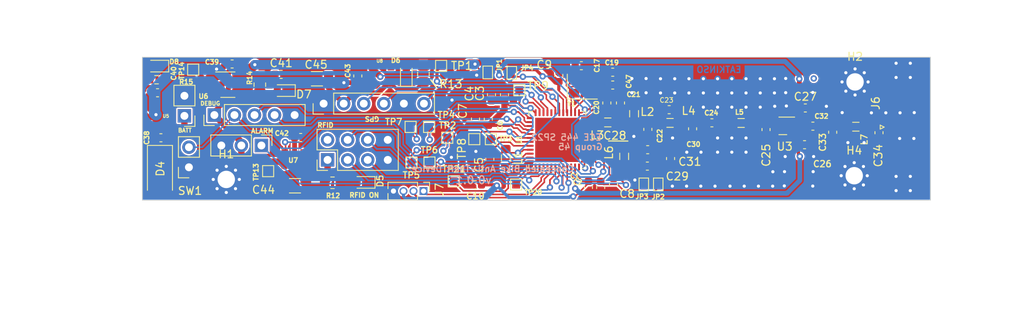
<source format=kicad_pcb>
(kicad_pcb (version 20211014) (generator pcbnew)
  (layers (0 "F.Cu" signal) (31 "B.Cu" signal) (34 "B.Paste" user) (35 "F.Paste" user) (36 "B.SilkS" user "B.Silkscreen") (37 "F.SilkS" user "F.Silkscreen") (38 "B.Mask" user) (39 "F.Mask" user) (44 "Edge.Cuts" user))
  (net 0 "")
  (net 2 "+3V3")
  (net 3 "GND")
  (net 4 "Net-(C5-Pad1)")
  (net 5 "NRST")
  (net 6 "Net-(C17-Pad2)")
  (net 7 "Net-(C19-Pad2)")
  (net 8 "Net-(C20-Pad1)")
  (net 9 "Net-(C22-Pad1)")
  (net 10 "Net-(C23-Pad2)")
  (net 11 "Net-(C24-Pad2)")
  (net 12 "RFSW_VC1")
  (net 13 "RFSW_VC2")
  (net 14 "Net-(C28-Pad1)")
  (net 15 "Net-(C29-Pad1)")
  (net 16 "Net-(C29-Pad2)")
  (net 17 "Net-(C32-Pad1)")
  (net 18 "Net-(C32-Pad2)")
  (net 19 "Net-(C34-Pad1)")
  (net 20 "+3V3_RFID")
  (net 21 "Net-(C38-Pad1)")
  (net 22 "+5V")
  (net 23 "+5V_GPS")
  (net 24 "Net-(D4-Pad2)")
  (net 25 "Net-(D5-Pad2)")
  (net 26 "Net-(D6-Pad2)")
  (net 27 "Net-(D7-Pad2)")
  (net 28 "Net-(D8-Pad2)")
  (net 29 "ALARM_ON")
  (net 30 "RFID_LED")
  (net 31 "RFID_DATA0")
  (net 32 "RFID_DATA1")
  (net 33 "RFID_NRST")
  (net 34 "RFID_TAG_IN_RANGE")
  (net 35 "GPS_STATE")
  (net 36 "DEBUG_JTMS_SWDIO")
  (net 37 "DEBUG_JTCK_SWCLK")
  (net 38 "Net-(C47-Pad1)")
  (net 39 "Net-(JP2-Pad1)")
  (net 40 "Net-(L1-Pad2)")
  (net 41 "Net-(C25-Pad1)")
  (net 42 "I2C1_SCL")
  (net 43 "I2C1_SDA")
  (net 44 "Net-(TP1-Pad1)")
  (net 45 "Net-(L3-Pad1)")
  (net 46 "DBUG_JTDO_SWO")
  (net 47 "DEBUG_JTRST")
  (net 48 "GPS_~{PWR}")
  (net 49 "RFID_~{PWR}")
  (net 50 "Net-(TP2-Pad1)")
  (net 51 "Net-(TP4-Pad1)")
  (net 52 "Net-(TP5-Pad1)")
  (net 53 "Net-(TP6-Pad1)")
  (net 54 "Net-(TP7-Pad1)")
  (net 56 "DEBUG_JTDI")
  (net 61 "USART1_TX")
  (net 62 "USART1_RX")
  (net 63 "Net-(U1-Pad35)")
  (footprint "Inductor_SMD:L_0805_2012Metric_Pad1.05x1.20mm_HandSolder" (layer "F.Cu") (at 172.992 144.554 -90)
    (fp_text reference "L1")
    (fp_text value "15u")
  )
  (footprint "Connector_PinHeader_1.27mm:PinHeader_1x04_P1.27mm_Vertical" (layer "F.Cu") (at 162.575 148.725 -90)
    (fp_text reference "J7")
    (fp_text value "Conn_01x04_Male")
  )
  (footprint "TestPoint:TestPoint_Pad_1.0x1.0mm" (layer "F.Cu") (at 163.325 145.1)
    (fp_text reference "TP6")
    (fp_text value "TestPoint")
  )
  (footprint "Capacitor_SMD:C_0603_1608Metric" (layer "F.Cu") (at 185.777635 137.57 90)
    (fp_text reference "C20")
    (fp_text value "47n")
  )
  (footprint "Capacitor_SMD:C_0603_1608Metric" (layer "F.Cu") (at 186.625 147.9 -90)
    (fp_text reference "C8")
    (fp_text value "0.1u")
  )
  (footprint "new_footprints:SOT25" (layer "F.Cu") (at 127.725 140.325)
    (fp_text reference "U5")
    (fp_text value "AP7370-50W5-7")
  )
  (footprint "Inductor_SMD:L_0805_2012Metric_Pad1.05x1.20mm_HandSolder" (layer "F.Cu") (at 185.9 140.03)
    (fp_text reference "L3")
    (fp_text value "4.45n")
  )
  (footprint "TestPoint:TestPoint_Pad_1.0x1.0mm" (layer "F.Cu") (at 160.94 140.6)
    (fp_text reference "TP7")
    (fp_text value "TestPoint")
  )
  (footprint "TestPoint:TestPoint_Pad_1.0x1.0mm" (layer "F.Cu") (at 164.8 132.875)
    (fp_text reference "TP1")
    (fp_text value "TestPoint")
  )
  (footprint "Inductor_SMD:L_0805_2012Metric_Pad1.05x1.20mm_HandSolder" (layer "F.Cu") (at 189.23 138.93 -90)
    (fp_text reference "L2")
    (fp_text value "47n")
  )
  (footprint "Capacitor_SMD:C_1206_3216Metric" (layer "F.Cu") (at 149.08 134.5 180)
    (fp_text reference "C45")
    (fp_text value "10u")
  )
  (footprint "Capacitor_SMD:C_0603_1608Metric" (layer "F.Cu") (at 128.9 136.275)
    (fp_text reference "C40")
    (fp_text value "1u")
  )
  (footprint "Capacitor_SMD:C_0603_1608Metric" (layer "F.Cu") (at 154.25 134.15 90)
    (fp_text reference "C43")
    (fp_text value "1u")
  )
  (footprint "Resistor_SMD:R_0805_2012Metric_Pad1.20x1.40mm_HandSolder" (layer "F.Cu") (at 151.05 147.675)
    (fp_text reference "R12")
    (fp_text value "200R")
  )
  (footprint "new_footprints:tinyjumper" (layer "F.Cu") (at 173.75 133.85 -90)
    (fp_text reference "JP4")
    (fp_text value "SolderJumper_2_Open")
  )
  (footprint "Resistor_SMD:R_0603_1608Metric" (layer "F.Cu") (at 128.775 134.625)
    (fp_text reference "R15")
    (fp_text value "200R")
  )
  (footprint "Capacitor_SMD:C_0603_1608Metric" (layer "F.Cu") (at 182.55 132.85 180)
    (fp_text reference "C17")
    (fp_text value "DNP")
  )
  (footprint "Capacitor_SMD:C_0603_1608Metric" (layer "F.Cu") (at 171.174259 136.525 90)
    (fp_text reference "C4")
    (fp_text value "100n")
  )
  (footprint "Connector_PinHeader_2.54mm:PinHeader_1x02_P2.54mm_Vertical" (layer "F.Cu") (at 132.3 139.2 180)
    (fp_text reference "J8" hide)
    (fp_text value "BATT")
  )
  (footprint "Package_DFN_QFN:DFN-6-1EP_2x2mm_P0.5mm_EP0.6x1.37mm" (layer "F.Cu") (at 208.56 140.47 180)
    (fp_text reference "U3")
    (fp_text value "SKY13370-374LF")
  )
  (footprint "Capacitor_SMD:C_0603_1608Metric" (layer "F.Cu") (at 170.962 144.694 -90)
    (fp_text reference "C5")
    (fp_text value "470n")
  )
  (footprint "TestPoint:TestPoint_Pad_1.0x1.0mm" (layer "F.Cu") (at 174.3 147.9)
    (fp_text reference "TP20")
    (fp_text value "TestPoint")
  )
  (footprint "Capacitor_SMD:C_0603_1608Metric" (layer "F.Cu") (at 183.45 148.275 -90)
    (fp_text reference "C1")
    (fp_text value "4.7u")
  )
  (footprint "Capacitor_SMD:C_0603_1608Metric" (layer "F.Cu") (at 187.507635 137.57 90)
    (fp_text reference "C21")
    (fp_text value "68p")
  )
  (footprint "Capacitor_SMD:C_0603_1608Metric" (layer "F.Cu") (at 172.824259 136.525 90)
    (fp_text reference "C3")
    (fp_text value "4.7u")
  )
  (footprint "Resistor_SMD:R_0805_2012Metric_Pad1.20x1.40mm_HandSolder" (layer "F.Cu") (at 162.56 133.89 90)
    (fp_text reference "R13")
    (fp_text value "200R")
  )
  (footprint "TestPoint:TestPoint_Pad_1.0x1.0mm" (layer "F.Cu") (at 163.28 140.6)
    (fp_text reference "TP4")
    (fp_text value "TestPoint")
  )
  (footprint "Capacitor_SMD:C_0603_1608Metric" (layer "F.Cu") (at 199.08 140.08)
    (fp_text reference "C24")
    (fp_text value "68p")
  )
  (footprint "TestPoint:TestPoint_Pad_1.0x1.0mm" (layer "F.Cu") (at 142.9 146.2)
    (fp_text reference "TP13")
    (fp_text value "TestPoint")
  )
  (footprint "Capacitor_SMD:C_0603_1608Metric" (layer "F.Cu") (at 186.525 135.3)
    (fp_text reference "C47")
    (fp_text value "1u")
  )
  (footprint "MountingHole:MountingHole_2.2mm_M2_Pad_Via" (layer "F.Cu") (at 137.6 147.25)
    (fp_text reference "H1")
    (fp_text value "MountingHole_Pad")
  )
  (footprint "Capacitor_SMD:C_0603_1608Metric" (layer "F.Cu") (at 190.97 140.91 -90)
    (fp_text reference "C22")
    (fp_text value "0.7p")
  )
  (footprint "Capacitor_SMD:C_0603_1608Metric" (layer "F.Cu") (at 147.02 141.94)
    (fp_text reference "C42")
    (fp_text value "1u")
  )
  (footprint "new_footprints:tinyjumper" (layer "F.Cu") (at 190.4625 147.975 -90)
    (fp_text reference "JP3")
    (fp_text value "SolderJumper_2_Open")
  )
  (footprint "Capacitor_SMD:C_0603_1608Metric" (layer "F.Cu") (at 193.85 144.605 -90)
    (fp_text reference "C31")
    (fp_text value "1p")
  )
  (footprint "Capacitor_SMD:C_0603_1608Metric" (layer "F.Cu") (at 205.935 140.935 -90)
    (fp_text reference "C25")
    (fp_text value "DNP")
  )
  (footprint "Resistor_SMD:R_0805_2012Metric_Pad1.20x1.40mm_HandSolder" (layer "F.Cu") (at 141.85 135.25 -90)
    (fp_text reference "R14")
    (fp_text value "200R")
  )
  (footprint "Capacitor_SMD:C_0603_1608Metric" (layer "F.Cu") (at 138.34 132.63)
    (fp_text reference "C39")
    (fp_text value "1u")
  )
  (footprint "Capacitor_SMD:C_0603_1608Metric" (layer "F.Cu") (at 214.375 141.275 -90)
    (fp_text reference "C33")
    (fp_text value "3.3p")
  )
  (footprint "Package_DFN_QFN:QFN-48-1EP_7x7mm_P0.5mm_EP5.6x5.6mm" (layer "F.Cu") (at 179.51 142.24 90)
    (fp_text reference "U1")
    (fp_text value "STM32WL55_UFQFPN48")
  )
  (footprint "Connector_PinHeader_2.54mm:PinHeader_1x06_P2.54mm_Vertical" (layer "F.Cu") (at 149.925 137.65 90)
    (fp_text reference "J3" hide)
    (fp_text value "GPS_CONN")
  )
  (footprint "TestPoint:TestPoint_Pad_1.0x1.0mm" (layer "F.Cu") (at 161.05 145.125)
    (fp_text reference "TP5")
    (fp_text value "TestPoint")
  )
  (footprint "TestPoint:TestPoint_Pad_1.0x1.0mm" (layer "F.Cu") (at 169 142.15)
    (fp_text reference "TP8")
    (fp_text value "TestPoint")
  )
  (footprint "TestPoint:TestPoint_Pad_1.0x1.0mm" (layer "F.Cu") (at 166.4 147.49)
    (fp_text reference "TP21")
    (fp_text value "TestPoint")
  )
  (footprint "Capacitor_SMD:C_0603_1608Metric" (layer "F.Cu") (at 169.15 139.6 90)
    (fp_text reference "C7")
    (fp_text value "10n")
  )
  (footprint "Capacitor_SMD:C_0603_1608Metric" (layer "F.Cu") (at 190.91 145.565)
    (fp_text reference "C29")
    (fp_text value "3p")
  )
  (footprint "Capacitor_SMD:C_0603_1608Metric" (layer "F.Cu") (at 196.64 140.84 -90)
    (fp_text reference "C30")
    (fp_text value "5.1p")
  )
  (footprint "Capacitor_SMD:C_0603_1608Metric" (layer "F.Cu") (at 169.133217 147.925 180)
    (fp_text reference "C10")
    (fp_text value "4.7u")
  )
  (footprint "Connector_PinHeader_2.54mm:PinHeader_2x04_P2.54mm_Vertical" (layer "F.Cu") (at 150.425 144.775 90)
    (fp_text reference "J2" hide)
    (fp_text value "RFID_CONN")
  )
  (footprint "new_footprints:SOT25" (layer "F.Cu") (at 158.45 135.17 90)
    (fp_text reference "U8")
    (fp_text value "AP22811BW5-7")
  )
  (footprint "new_footprints:tinyjumper" (layer "F.Cu") (at 192.2875 147.975 -90)
    (fp_text reference "JP2")
    (fp_text value "SolderJumper_2_Open")
  )
  (footprint "MountingHole:MountingHole_2.2mm_M2_Pad_Via" (layer "F.Cu") (at 217.205 134.905)
    (fp_text reference "H2")
    (fp_text value "MountingHole_Pad")
  )
  (footprint "Capacitor_SMD:C_0603_1608Metric" (layer "F.Cu") (at 186.525 133.675 180)
    (fp_text reference "C19")
    (fp_text value "DNP")
  )
  (footprint "Capacitor_SMD:C_0603_1608Metric" (layer "F.Cu") (at 193.67 138.42)
    (fp_text reference "C23")
    (fp_text value "2p")
  )
  (footprint "Inductor_SMD:L_0805_2012Metric_Pad1.05x1.20mm_HandSolder" (layer "F.Cu") (at 187.975 144.33 -90)
    (fp_text reference "L6")
    (fp_text value "11n")
  )
  (footprint "Capacitor_SMD:C_0603_1608Metric" (layer "F.Cu") (at 144.55 133.95)
    (fp_text reference "C41")
    (fp_text value "1u")
  )
  (footprint "new_footprints:tinyjumper" (layer "F.Cu") (at 170.7 133.8 -90)
    (fp_text reference "JP1")
    (fp_text value "SolderJumper_2_Bridged")
  )
  (footprint "TestPoint:TestPoint_Pad_1.0x1.0mm" (layer "F.Cu") (at 171.1 142.15)
    (fp_text reference "TP3")
    (fp_text value "TestPoint")
  )
  (footprint "new_footprints:SOT25" (layer "F.Cu") (at 147.4 145.7 90)
    (fp_text reference "U7")
    (fp_text value "AP22811BW5-7")
  )
  (footprint "Inductor_SMD:L_0805_2012Metric_Pad1.05x1.20mm_HandSolder" (layer "F.Cu") (at 202.78 140.1)
    (fp_text reference "L5")
    (fp_text value "8.7n")
  )
  (footprint "Capacitor_SMD:C_0603_1608Metric" (layer "F.Cu") (at 170.775 139.625 90)
    (fp_text reference "C6")
    (fp_text value "1u")
  )
  (footprint "Inductor_SMD:L_0805_2012Metric_Pad1.05x1.20mm_HandSolder" (layer "F.Cu") (at 193.78 140.09)
    (fp_text reference "L4")
    (fp_text value "3.6n")
  )
  (footprint "LED_SMD:LED_0603_1608Metric" (layer "F.Cu") (at 160.39 133.98 90)
    (fp_text reference "D6")
    (fp_text value "LED")
  )
  (footprint "Diode_SMD:D_2010_5025Metric" (layer "F.Cu") (at 129.2 146.125 -90)
    (fp_text reference "D4")
    (fp_text value "D")
  )
  (footprint "Capacitor_SMD:C_1206_3216Metric" (layer "F.Cu") (at 146.3 148.05 180)
    (fp_text reference "C44")
    (fp_text value "10u")
  )
  (footprint "LED_SMD:LED_0603_1608Metric" (layer "F.Cu") (at 144.85 136 180)
    (fp_text reference "D7")
    (fp_text value "LED")
  )
  (footprint "Capacitor_SMD:C_0603_1608Metric" (layer "F.Cu") (at 211.865 140.505)
    (fp_text reference "C32")
    (fp_text value "56p")
  )
  (footprint "Capacitor_SMD:C_0603_1608Metric" (layer "F.Cu") (at 220.235 141.335 -90)
    (fp_text reference "C34")
    (fp_text value "3.3p")
  )
  (footprint "MountingHole:MountingHole_2.2mm_M2_Pad_Via" (layer "F.Cu") (at 217.099 146.777)
    (fp_text reference "H4")
    (fp_text value "MountingHole_Pad")
  )
  (footprint "TestPoint:TestPoint_Pad_1.0x1.0mm" (layer "F.Cu") (at 133.41 133.35)
    (fp_text reference "TP14")
    (fp_text value "TestPoint")
  )
  (footprint "Capacitor_SMD:C_0603_1608Metric" (layer "F.Cu") (at 210.812 142.852 180)
    (fp_text reference "C26")
    (fp_text value "1000p")
  )
  (footprint "TestPoint:TestPoint_Pad_1.0x1.0mm" (layer "F.Cu") (at 165.575 141.975)
    (fp_text reference "TP2")
    (fp_text value "TestPoint")
  )
  (footprint "Oscillator:Oscillator_SMD_Abracon_ASE-4Pin_3.2x2.5mm" (layer "F.Cu") (at 182.675 135.5)
    (fp_text reference "Y1")
    (fp_text value "32MHz")
  )
  (footprint "Inductor_SMD:L_0805_2012Metric_Pad1.05x1.20mm_HandSolder" (layer "F.Cu") (at 217.305 140.575)
    (fp_text reference "L7")
    (fp_text value "9.1n")
  )
  (footprint "Package_TO_SOT_SMD:SOT-23-5_HandSoldering" (layer "F.Cu") (at 137.8 135.25)
    (fp_text reference "U6")
    (fp_text value "S-1135A33-M5T1U")
  )
  (footprint "TestPoint:TestPoint_Pad_1.0x1.0mm" (layer "F.Cu") (at 174.7 135.95)
    (fp_text reference "TP9")
    (fp_text value "TestPoint")
  )
  (footprint "LED_SMD:LED_0603_1608Metric" (layer "F.Cu") (at 128.825 132.9 180)
    (fp_text reference "D8")
    (fp_text value "LED")
  )
  (footprint "LED_SMD:LED_0603_1608Metric" (layer "F.Cu") (at 154.95 147.625 180)
    (fp_text reference "D5")
    (fp_text value "LED")
  )
  (footprint "Capacitor_SMD:C_0603_1608Metric" (layer "F.Cu") (at 190.95 143.485)
    (fp_text reference "C28")
    (fp_text value "4.7p")
  )
  (footprint "Connector_PinHeader_2.54mm:PinHeader_1x03_P2.54mm_Vertical" (layer "F.Cu") (at 142.05 142.95 -90)
    (fp_text reference "J1" hide)
    (fp_text value "ALARM")
  )
  (footprint "Connector_PinSocket_2.54mm:PinSocket_1x02_P2.54mm_Vertical" (layer "F.Cu") (at 132.87 145.71 180)
    (fp_text reference "SW1")
    (fp_text value "SW_Push")
  )
  (footprint "Connector_Coaxial:SMA_Amphenol_132289_EdgeMount" (layer "F.Cu") (at 224.1 140.625)
    (fp_text reference "J6")
    (fp_text value "ANTENNA2")
  )
  (footprint "Capacitor_SMD:C_0603_1608Metric" (layer "F.Cu") (at 129.325 141.975)
    (fp_text reference "C38")
    (fp_text value "1u")
  )
  (footprint "Connector_PinHeader_2.54mm:PinHeader_1x05_P2.54mm_Vertical" (layer "F.Cu") (at 136.093745 139.096248 90)
    (fp_text reference "J5" hide)
    (fp_text value "DEBUG")
  )
  (footprint "Capacitor_SMD:C_0603_1608Metric" (layer "F.Cu") (at 185 148.275 -90)
    (fp_text reference "C2")
    (fp_text value "100n")
  )
  (footprint "Capacitor_SMD:C_0603_1608Metric" (layer "F.Cu") (at 210.91 138.2)
    (fp_text reference "C27")
    (fp_text value "1000p")
  )
  (footprint "Capacitor_SMD:C_0603_1608Metric" (layer "F.Cu") (at 179.7 134.075 90)
    (fp_text reference "C9")
    (fp_text value "4.7u")
  )
  (gr_line (start 186 142.38) (end 188.44 142.39) (layer "F.SilkS") (width 0.15))
  (gr_line (start 163.48 134.63) (end 164.24 135.66) (layer "F.SilkS") (width 0.15))
  (gr_rect (start 126.975 131.775) (end 226.75 149.875) (layer "Edge.Cuts") (width 0.1) (fill none))
  (gr_text "EATKINSO" (at 199.975 133.35) (layer "B.Cu") (effects (font (size 0.8 0.8)) (justify mirror)))
  (gr_text "Group 45\n" (at 182.43 143.12) (layer "B.SilkS") (effects (font (size 0.8 0.8)) (justify mirror)))
  (gr_text "Concealed Bike Anti-Theft Device" (at 171.33 145.91) (layer "B.SilkS") (effects (font (size 0.8 0.8)) (justify mirror)))
  (gr_text "ECE 445 SP22" (at 180.65 141.92) (layer "B.SilkS") (effects (font (size 0.8 0.8)) (justify mirror)))
  (gr_text "v0.0.1\n" (at 168.9 147.33) (layer "B.SilkS") (effects (font (size 1 1)) (justify mirror)))
  (gr_text "BATT" (at 132.36 141.04) (layer "F.SilkS") (effects (font (size 0.5 0.5) (thickness 0.125))))
  (gr_text "GPS" (at 156.05 139.58 180) (layer "F.SilkS") (effects (font (size 0.6 0.6))))
  (gr_text "DEBUG" (at 135.57 137.63) (layer "F.SilkS") (effects (font (size 0.5 0.5) (thickness 0.125))))
  (gr_text "RFID\n" (at 150.16 140.39) (layer "F.SilkS") (effects (font (size 0.6 0.6))))
  (gr_text "ALARM\n" (at 142.15 141.12) (layer "F.SilkS") (effects (font (size 0.6 0.6))))
  (gr_text "RFID ON" (at 155.07 149.24) (layer "F.SilkS") (effects (font (size 0.6 0.6))))
  (via (at 211.975 134.465) (size 0.8) (drill 0.4) (layers "F.Cu" "B.Cu") (net 0))
  (segment (start 171.75 147.925) (end 171.85 148.025) (width 0.4) (layer "F.Cu") (net 2))
  (segment (start 174.99952 138.534514) (end 175.887506 139.4225) (width 0.2) (layer "F.Cu") (net 2))
  (segment (start 170.475 144.675) (end 174.859994 144.675) (width 0.2) (layer "F.Cu") (net 2))
  (segment (start 187.12452 147.87452) (end 188.225 148.975) (width 0.2) (layer "F.Cu") (net 2))
  (segment (start 185 147.5) (end 185.37452 147.87452) (width 0.2) (layer "F.Cu") (net 2))
  (segment (start 174.45 140.749031) (end 175.016959 141.31599) (width 0.2) (layer "F.Cu") (net 2))
  (segment (start 167.5 141.125) (end 167.5 141.8) (width 1.45) (layer "F.Cu") (net 2))
  (segment (start 174.859994 144.675) (end 175.544994 143.99) (width 0.2) (layer "F.Cu") (net 2))
  (segment (start 177.314004 132.45048) (end 169.28952 132.45048) (width 0.8) (layer "F.Cu") (net 2))
  (segment (start 175.558021 141.49) (end 176.0725 141.49) (width 0.2) (layer "F.Cu") (net 2))
  (segment (start 181.764259 149.4) (end 183.45 147.71426) (width 0.2) (layer "F.Cu") (net 2))
  (segment (start 181.525 149.4) (end 181.764259 149.4) (width 0.2) (layer "F.Cu") (net 2))
  (segment (start 173.650489 140.400489) (end 173.999031 140.749031) (width 0.2) (layer "F.Cu") (net 2))
  (segment (start 146.245 144.355) (end 146.245 141.94) (width 0.6) (layer "F.Cu") (net 2))
  (segment (start 168.25 140.375) (end 169.15 140.375) (width 0.8) (layer "F.Cu") (net 2))
  (segment (start 188.225 148.975) (end 191.5875 148.975) (width 0.2) (layer "F.Cu") (net 2))
  (segment (start 174.709636 138.255371) (end 174.988779 138.534514) (width 0.2) (layer "F.Cu") (net 2))
  (segment (start 178.675 133.811477) (end 178.675 134.175) (width 0.8) (layer "F.Cu") (net 2))
  (segment (start 176.0725 139.49) (end 176.0725 139.4225) (width 0.2) (layer "F.Cu") (net 2))
  (segment (start 173.424748 137.900489) (end 174.189748 137.900489) (width 0.2) (layer "F.Cu") (net 2))
  (segment (start 175.544994 143.99) (end 176.0725 143.99) (width 0.2) (layer "F.Cu") (net 2))
  (segment (start 181.76 145.6775) (end 181.76 146.535) (width 0.2) (layer "F.Cu") (net 2))
  (segment (start 168.658217 146.675) (end 169.908217 147.925) (width 0.6) (layer "F.Cu") (net 2))
  (segment (start 175.384011 141.31599) (end 175.558021 141.49) (width 0.2) (layer "F.Cu") (net 2))
  (segment (start 169.908217 147.925) (end 171.75 147.925) (width 0.4) (layer "F.Cu") (net 2))
  (segment (start 168.37 132.65) (end 169.09 132.65) (width 1.2) (layer "F.Cu") (net 2))
  (segment (start 172.824259 138.441788) (end 170.866047 140.4) (width 0.8) (layer "F.Cu") (net 2))
  (segment (start 142.9 146.2) (end 142.9 145) (width 0.8) (layer "F.Cu") (net 2))
  (segment (start 169.09 132.74) (end 169.09 132.65) (width 0.2) (layer "F.Cu") (net 2))
  (segment (start 174.189748 137.900489) (end 174.54463 138.255371) (width 0.2) (layer "F.Cu") (net 2))
  (segment (start 167.5 145.516783) (end 168.658217 146.675) (width 0.8) (layer "F.Cu") (net 2))
  (segment (start 139.51 142.512503) (end 136.093745 139.096248) (width 0.8) (layer "F.Cu") (net 2))
  (segment (start 165.275 139.1) (end 165.475 139.1) (width 1.45) (layer "F.Cu") (net 2))
  (segment (start 143.425 134.3) (end 143.775 133.95) (width 0.6) (layer "F.Cu") (net 2))
  (segment (start 180.68452 136.994514) (end 180.68452 138.72702) (width 0.2) (layer "F.Cu") (net 2))
  (segment (start 179.725 136.034994) (end 180.68452 136.994514) (width 0.2) (layer "F.Cu") (net 2))
  (segment (start 182.725 147.5) (end 183.45 147.5) (width 0.2) (layer "F.Cu") (net 2))
  (segment (start 139.15 134.3) (end 143.425 134.3) (width 0.6) (layer "F.Cu") (net 2))
  (segment (start 169.15 140.375) (end 170.75 140.375) (width 0.8) (layer "F.Cu") (net 2))
  (segment (start 173.527121 142.536983) (end 172.313017 142.536983) (width 0.2) (layer "F.Cu") (net 2))
  (segment (start 173.999031 140.749031) (end 174.45 140.749031) (width 0.2) (layer "F.Cu") (net 2))
  (segment (start 171.75 143.1) (end 170.45 143.1) (width 0.2) (layer "F.Cu") (net 2))
  (segment (start 173.980138 142.99) (end 173.527121 142.536983) (width 0.2) (layer "F.Cu") (net 2))
  (segment (start 145 145.6) (end 146.245 144.355) (width 0.6) (layer "F.Cu") (net 2))
  (segment (start 164.675 136.425) (end 164.675 136.345) (width 1.2) (layer "F.Cu") (net 2))
  (segment (start 172.313017 142.536983) (end 171.75 143.1) (width 0.2) (layer "F.Cu") (net 2))
  (segment (start 185.37452 147.87452) (end 187.12452 147.87452) (width 0.2) (layer "F.Cu") (net 2))
  (segment (start 167.5 142.249022) (end 168.251467 143.000489) (width 0.2) (layer "F.Cu") (net 2))
  (segment (start 170.45 143.1) (end 170.18748 143.36252) (width 0.2) (layer "F.Cu") (net 2))
  (segment (start 183.45 147.5) (end 185 147.5) (width 0.2) (layer "F.Cu") (net 2))
  (segment (start 175.887506 139.4225) (end 176.0725 139.4225) (width 0.2) (layer "F.Cu") (net 2))
  (segment (start 176.0725 142.99) (end 173.980138 142.99) (width 0.2) (layer "F.Cu") (net 2))
  (segment (start 164.675 138.5) (end 165.275 139.1) (width 1.45) (layer "F.Cu") (net 2))
  (segment (start 180.68452 138.72702) (end 180.76 138.8025) (width 0.2) (layer "F.Cu") (net 2))
  (segment (start 181.76 146.535) (end 182.725 147.5) (width 0.2) (layer "F.Cu") (net 2))
  (segment (start 139.51 144.152081) (end 140.352919 144.995) (width 0.8) (layer "F.Cu") (net 2))
  (segment (start 164.675 136.345) (end 168.37 132.65) (width 1.2) (layer "F.Cu") (net 2))
  (segment (start 167.5 141.125) (end 168.25 140.375) (width 0.8) (layer "F.Cu") (net 2))
  (segment (start 172.824259 137.3) (end 172.824259 138.441788) (width 0.8) (layer "F.Cu") (net 2))
  (segment (start 140.352919 144.995) (end 142.895 144.995) (width 0.8) (layer "F.Cu") (net 2))
  (segment (start 171.174259 137.3) (end 171.75 137.3) (width 0.4) (layer "F.Cu") (net 2))
  (segment (start 170.866047 140.4) (end 170.775 140.4) (width 0.8) (layer "F.Cu") (net 2))
  (segment (start 175.016959 141.31599) (end 175.384011 141.31599) (width 0.2) (layer "F.Cu") (net 2))
  (segment (start 174.988779 138.534514) (end 174.99952 138.534514) (width 0.2) (layer "F.Cu") (net 2))
  (segment (start 142.895 144.995) (end 144.395 144.995) (width 0.8) (layer "F.Cu") (net 2))
  (segment (start 170.18748 143.36252) (end 170.18748 144.38748) (width 0.2) (layer "F.Cu") (net 2))
  (segment (start 191.5875 148.975) (end 192.2875 148.275) (width 0.2) (layer "F.Cu") (net 2))
  (segment (start 164.675 136.425) (end 164.675 138.5) (width 1.45) (layer "F.Cu") (net 2))
  (segment (start 179.35 134.85) (end 179.7 134.85) (width 0.8) (layer "F.Cu") (net 2))
  (segment (start 173.400489 140.400489) (end 173.650489 140.400489) (width 0.2) (layer "F.Cu") (net 2))
  (segment (start 137.86 135.59) (end 139.15 134.3) (width 0.6) (layer "F.Cu") (net 2))
  (segment (start 167.5 141.8) (end 167.5 142.249022) (width 0.2) (layer "F.Cu") (net 2))
  (segment (start 142.9 145) (end 142.895 144.995) (width 0.8) (layer "F.Cu") (net 2))
  (segment (start 139.639 134.3) (end 141.216 132.723) (width 1.2) (layer "F.Cu") (net 2))
  (segment (start 170.025489 143.000489) (end 170.2875 143.2625) (width 0.2) (layer "F.Cu") (net 2))
  (segment (start 165.475 139.1) (end 167.5 141.125) (width 1.45) (layer "F.Cu") (net 2))
  (segment (start 170.18748 144.38748) (end 170.475 144.675) (width 0.2) (layer "F.Cu") (net 2))
  (segment (start 167.5 141.8) (end 167.5 145.516783) (width 0.8) (layer "F.Cu") (net 2))
  (segment (start 174.54463 138.255371) (end 174.709636 138.255371) (width 0.2) (layer "F.Cu") (net 2))
  (segment (start 144.395 144.995) (end 145 145.6) (width 0.8) (layer "F.Cu") (net 2))
  (segment (start 139.15 134.3) (end 139.639 134.3) (width 1.2) (layer "F.Cu") (net 2))
  (segment (start 169.28952 132.45048) (end 169.09 132.65) (width 0.8) (layer "F.Cu") (net 2))
  (segment (start 137.86 136.894022) (end 137.86 135.59) (width 0.6) (layer "F.Cu") (net 2))
  (segment (start 169.175489 140.400489) (end 173.400489 140.400489) (width 0.4) (layer "F.Cu") (net 2))
  (segment (start 178.675 134.175) (end 179.35 134.85) (width 0.8) (layer "F.Cu") (net 2))
  (segment (start 168.251467 143.000489) (end 170.025489 143.000489) (width 0.2) (layer "F.Cu") (net 2))
  (segment (start 139.51 142.95) (end 139.51 144.152081) (width 0.8) (layer "F.Cu") (net 2))
  (segment (start 170.45 134.1) (end 169.09 132.74) (width 0.2) (layer "F.Cu") (net 2))
  (segment (start 172.824259 137.3) (end 173.424748 137.900489) (width 0.2) (layer "F.Cu") (net 2))
  (segment (start 171.75 137.3) (end 172.824259 137.3) (width 0.8) (layer "F.Cu") (net 2))
  (segment (start 179.7 134.85) (end 179.7 135.868572) (width 0.4) (layer "F.Cu") (net 2))
  (segment (start 177.314004 132.45048) (end 178.675 133.811477) (width 0.8) (layer "F.Cu") (net 2))
  (segment (start 136.093745 138.660277) (end 137.86 136.894022) (width 0.6) (layer "F.Cu") (net 2))
  (via (at 141.216 132.723) (size 0.8) (drill 0.4) (layers "F.Cu" "B.Cu") (net 2))
  (via (at 171.85 148.025) (size 0.8) (drill 0.4) (layers "F.Cu" "B.Cu") (net 2))
  (via (at 181.525 149.4) (size 0.8) (drill 0.4) (layers "F.Cu" "B.Cu") (net 2))
  (via (at 169.09 132.65) (size 0.8) (drill 0.4) (layers "F.Cu" "B.Cu") (net 2))
  (segment (start 181.525 149.4) (end 181.17 149.4) (width 0.4) (layer "B.Cu") (net 2))
  (segment (start 171.85 148.025) (end 173.345 149.52) (width 0.4) (layer "B.Cu") (net 2))
  (segment (start 160.035 149.432106) (end 160.252874 149.64998) (width 0.4) (layer "B.Cu") (net 2))
  (segment (start 169.017 132.723) (end 169.09 132.65) (width 1.2) (layer "B.Cu") (net 2))
  (segment (start 173.345 149.52) (end 181.05 149.52) (width 0.4) (layer "B.Cu") (net 2))
  (segment (start 181.17 149.4) (end 181.05 149.52) (width 0.4) (layer "B.Cu") (net 2))
  (segment (start 171.85 148.025) (end 170.42502 149.44998) (width 0.8) (layer "B.Cu") (net 2))
  (segment (start 141.216 132.723) (end 169.017 132.723) (width 1.2) (layer "B.Cu") (net 2))
  (segment (start 160.252874 149.64998) (end 170.22502 149.64998) (width 0.4) (layer "B.Cu") (net 2))
  (segment (start 170.22502 149.64998) (end 171.85 148.025) (width 0.4) (layer "B.Cu") (net 2))
  (segment (start 160.035 148.725) (end 160.035 149.432106) (width 0.4) (layer "B.Cu") (net 2))
  (segment (start 175.675006 144.99) (end 176.0725 144.99) (width 0.2) (layer "F.Cu") (net 3))
  (segment (start 172.15352 146.52852) (end 173.569618 146.52852) (width 0.2) (layer "F.Cu") (net 3))
  (segment (start 171.094 145.469) (end 172.15352 146.52852) (width 0.2) (layer "F.Cu") (net 3))
  (segment (start 128.775 140.325) (end 128.775 140.65) (width 0.2) (layer "F.Cu") (net 3))
  (segment (start 174.025 146.073138) (end 174.591868 146.073138) (width 0.2) (layer "F.Cu") (net 3))
  (segment (start 173.569618 146.52852) (end 174.025 146.073138) (width 0.2) (layer "F.Cu") (net 3))
  (segment (start 174.591868 146.073138) (end 175.675006 144.99) (width 0.2) (layer "F.Cu") (net 3))
  (segment (start 128.775 140.65) (end 130.1 141.975) (width 0.2) (layer "F.Cu") (net 3))
  (via (at 204.975 148.1) (size 0.8) (drill 0.4) (layers "F.Cu" "B.Cu") (net 3))
  (via (at 198 134.5) (size 0.8) (drill 0.4) (layers "F.Cu" "B.Cu") (net 3))
  (via (at 208.425 136.265) (size 0.8) (drill 0.4) (layers "F.Cu" "B.Cu") (net 3))
  (via (at 219.275 138.815) (size 0.8) (drill 0.4) (layers "F.Cu" "B.Cu") (net 3))
  (via (at 222.9 138.815) (size 0.8) (drill 0.4) (layers "F.Cu" "B.Cu") (net 3))
  (via (at 222.4 132.54) (size 0.8) (drill 0.4) (layers "F.Cu" "B.Cu") (net 3))
  (via (at 188.95 136.275) (size 0.8) (drill 0.4) (layers "F.Cu" "B.Cu") (net 3))
  (via (at 208.51 137.95) (size 0.8) (drill 0.4) (layers "F.Cu" "B.Cu") (net 3))
  (via (at 203.4 134.5) (size 0.8) (drill 0.4) (layers "F.Cu" "B.Cu") (net 3))
  (via (at 199.8 142) (size 0.8) (drill 0.4) (layers "F.Cu" "B.Cu") (net 3))
  (via (at 221.1 138.815) (size 0.8) (drill 0.4) (layers "F.Cu" "B.Cu") (net 3))
  (via (at 207 134.5) (size 0.8) (drill 0.4) (layers "F.Cu" "B.Cu") (net 3))
  (via (at 211.85 148.09) (size 0.8) (drill 0.4) (layers "F.Cu" "B.Cu") (net 3))
  (via (at 208.425 134.465) (size 0.8) (drill 0.4) (layers "F.Cu" "B.Cu") (net 3))
  (via (at 199.475 148.1) (size 0.8) (drill 0.4) (layers "F.Cu" "B.Cu") (net 3))
  (via (at 207.035 137.985) (size 0.8) (drill 0.4) (layers "F.Cu" "B.Cu") (net 3))
  (via (at 192.575 136.3) (size 0.8) (drill 0.4) (layers "F.Cu" "B.Cu") (net 3))
  (via (at 208.275 146.265) (size 0.8) (drill 0.4) (layers "F.Cu" "B.Cu") (net 3))
  (via (at 194.375 134.5) (size 0.8) (drill 0.4) (layers "F.Cu" "B.Cu") (net 3))
  (via (at 199.8 143.8) (size 0.8) (drill 0.4) (layers "F.Cu" "B.Cu") (net 3))
  (via (at 198 136.3) (size 0.8) (drill 0.4) (layers "F.Cu" "B.Cu") (net 3))
  (via (at 213.575 137.99) (size 0.8) (drill 0.4) (layers "F.Cu" "B.Cu") (net 3))
  (via (at 201.6 134.5) (size 0.8) (drill 0.4) (layers "F.Cu" "B.Cu") (net 3))
  (via (at 194.1 142) (size 0.8) (drill 0.4) (layers "F.Cu" "B.Cu") (net 3))
  (via (at 201.6 138.1) (size 0.8) (drill 0.4) (layers "F.Cu" "B.Cu") (net 3))
  (via (at 222.4 148.665) (size 0.8) (drill 0.4) (layers "F.Cu" "B.Cu") (net 3))
  (via (at 166.1 144.45) (size 0.8) (drill 0.4) (layers "F.Cu" "B.Cu") (net 3))
  (via (at 224.7 138.79) (size 0.8) (drill 0.4) (layers "F.Cu" "B.Cu") (net 3))
  (via (at 203.175 148.1) (size 0.8) (drill 0.4) (layers "F.Cu" "B.Cu") (net 3))
  (via (at 201.6 142) (size 0.8) (drill 0.4) (layers "F.Cu" "B.Cu") (net 3))
  (via (at 203.4 142) (size 0.8) (drill 0.4) (layers "F.Cu" "B.Cu") (net 3))
  (via (at 199.8 134.5) (size 0.8) (drill 0.4) (layers "F.Cu" "B.Cu") (net 3))
  (via (at 195.9 143.8) (size 0.8) (drill 0.4) (layers "F.Cu" "B.Cu") (net 3))
  (via (at 224.65 142.065) (size 0.8) (drill 0.4) (layers "F.Cu" "B.Cu") (net 3))
  (via (at 196.175 136.3) (size 0.8) (drill 0.4) (layers "F.Cu" "B.Cu") (net 3))
  (via (at 203.4 143.8) (size 0.8) (drill 0.4) (layers "F.Cu" "B.Cu") (net 3))
  (via (at 192.575 134.5) (size 0.8) (drill 0.4) (layers "F.Cu" "B.Cu") (net 3))
  (via (at 201.6 143.8) (size 0.8) (drill 0.4) (layers "F.Cu" "B.Cu") (net 3))
  (via (at 198 138.1) (size 0.8) (drill 0.4) (layers "F.Cu" "B.Cu") (net 3))
  (via (at 169.3 134.05) (size 0.8) (drill 0.4) (layers "F.Cu" "B.Cu") (net 3))
  (via (at 224.2 134.34) (size 0.8) (drill 0.4) (layers "F.Cu" "B.Cu") (net 3))
  (via (at 194.075 148.1) (size 0.8) (drill 0.4) (layers "F.Cu" "B.Cu") (net 3))
  (via (at 206.775 148.1) (size 0.8) (drill 0.4) (layers "F.Cu" "B.Cu") (net 3))
  (via (at 216.3 142.59) (size 0.8) (drill 0.4) (layers "F.Cu" "B.Cu") (net 3))
  (via (at 199.8 138.1) (size 0.8) (drill 0.4) (layers "F.Cu" "B.Cu") (net 3))
  (via (at 203.4 138.1) (size 0.8) (drill 0.4) (layers "F.Cu" "B.Cu") (net 3))
  (via (at 197.7 143.8) (size 0.8) (drill 0.4) (layers "F.Cu" "B.Cu") (net 3))
  (via (at 199.8 136.3) (size 0.8) (drill 0.4) (layers "F.Cu" "B.Cu") (net 3))
  (via (at 208.25 148.065) (size 0.8) (drill 0.4) (layers "F.Cu" "B.Cu") (net 3))
  (via (at 211.9 146.265) (size 0.8) (drill 0.4) (layers "F.Cu" "B.Cu") (net 3))
  (via (at 224.2 132.54) (size 0.8) (drill 0.4) (layers "F.Cu" "B.Cu") (net 3))
  (via (at 207 136.3) (size 0.8) (drill 0.4) (layers "F.Cu" "B.Cu") (net 3))
  (via (at 208.36 144.35) (size 0.8) (drill 0.4) (layers "F.Cu" "B.Cu") (net 3))
  (via (at 188.95 134.475) (size 0.8) (drill 0.4) (layers "F.Cu" "B.Cu") (net 3))
  (via (at 189.2 141.8) (size 0.8) (drill 0.4) (layers "F.Cu" "B.Cu") (net 3))
  (via (at 222.4 134.34) (size 0.8) (drill 0.4) (layers "F.Cu" "B.Cu") (net 3))
  (via (at 224.2 146.865) (size 0.8) (drill 0.4) (layers "F.Cu" "B.Cu") (net 3))
  (via (at 203.4 136.3) (size 0.8) (drill 0.4) (layers "F.Cu" "B.Cu") (net 3))
  (via (at 205.2 136.3) (size 0.8) (drill 0.4) (layers "F.Cu" "B.Cu") (net 3))
  (via (at 218.35 142.59) (size 0.8) (drill 0.4) (layers "F.Cu" "B.Cu") (net 3))
  (via (at 211.96 144.35) (size 0.8) (drill 0.4) (layers "F.Cu" "B.Cu") (net 3))
  (via (at 166.175 137.2) (size 0.8) (drill 0.4) (layers "F.Cu" "B.Cu") (net 3))
  (via (at 197.675 148.1) (size 0.8) (drill 0.4) (layers "F.Cu" "B.Cu") (net 3))
  (via (at 205.2 138.1) (size 0.8) (drill 0.4) (layers "F.Cu" "B.Cu") (net 3))
  (via (at 222.4 146.865) (size 0.8) (drill 0.4) (layers "F.Cu" "B.Cu") (net 3))
  (via (at 206.8 146.275) (size 0.8) (drill 0.4) (layers "F.Cu" "B.Cu") (net 3))
  (via (at 215.575 138.79) (size 0.8) (drill 0.4) (layers "F.Cu" "B.Cu") (net 3))
  (via (at 194.375 136.3) (size 0.8) (drill 0.4) (layers "F.Cu" "B.Cu") (net 3))
  (via (at 190.75 134.475) (size 0.8) (drill 0.4) (layers "F.Cu" "B.Cu") (net 3))
  (via (at 211.85 136.24) (size 0.8) (drill 0.4) (layers "F.Cu" "B.Cu") (net 3))
  (via (at 201.375 148.1) (size 0.8) (drill 0.4) (layers "F.Cu" "B.Cu") (net 3))
  (via (at 189.325 147.325) (size 0.8) (drill 0.4) (layers "F.Cu" "B.Cu") (net 3))
  (via (at 222.85 142.065) (size 0.8) (drill 0.4) (layers "F.Cu" "B.Cu") (net 3))
  (via (at 196.175 134.5) (size 0.8) (drill 0.4) (layers "F.Cu" "B.Cu") (net 3))
  (via (at 205.2 134.5) (size 0.8) (drill 0.4) (layers "F.Cu" "B.Cu") (net 3))
  (via (at 169.2 143.7) (size 0.8) (drill 0.4) (layers "F.Cu" "B.Cu") (net 3))
  (via (at 201.6 136.3) (size 0.8) (drill 0.4) (layers "F.Cu" "B.Cu") (net 3))
  (via (at 190.75 136.275) (size 0.8) (drill 0.4) (layers "F.Cu" "B.Cu") (net 3))
  (via (at 195.875 148.1) (size 0.8) (drill 0.4) (layers "F.Cu" "B.Cu") (net 3))
  (via (at 224.2 148.665) (size 0.8) (drill 0.4) (layers "F.Cu" "B.Cu") (net 3))
  (segment (start 176.354265 134.25) (end 175.15 134.25) (width 0.2) (layer "F.Cu") (net 4))
  (segment (start 180.26 137.135) (end 179.025 135.9) (width 0.2) (layer "F.Cu") (net 4))
  (segment (start 173.467511 143.879511) (end 174.520489 143.879511) (width 0.2) (layer "F.Cu") (net 4))
  (segment (start 174.859748 143.879511) (end 175.249259 143.49) (width 0.2) (layer "F.Cu") (net 4))
  (segment (start 178.004265 135.9) (end 176.354265 134.25) (width 0.2) (layer "F.Cu") (net 4))
  (segment (start 180.26 138.8025) (end 180.26 137.135) (width 0.2) (layer "F.Cu") (net 4))
  (segment (start 175.15 134.25) (end 173.85 134.25) (width 0.2) (layer "F.Cu") (net 4))
  (segment (start 175.249259 143.49) (end 176.0725 143.49) (width 0.2) (layer "F.Cu") (net 4))
  (segment (start 172.992 143.404) (end 173.467511 143.879511) (width 0.2) (layer "F.Cu") (net 4))
  (segment (start 172.477 143.919) (end 172.992 143.404) (width 0.2) (layer "F.Cu") (net 4))
  (segment (start 174.520489 143.879511) (end 174.859748 143.879511) (width 0.2) (layer "F.Cu") (net 4))
  (segment (start 179.025 135.9) (end 178.004265 135.9) (width 0.2) (layer "F.Cu") (net 4))
  (segment (start 170.962 143.919) (end 172.477 143.919) (width 0.2) (layer "F.Cu") (net 4))
  (via (at 174.520489 143.879511) (size 0.8) (drill 0.4) (layers "F.Cu" "B.Cu") (net 4))
  (via (at 175.15 134.25) (size 0.8) (drill 0.4) (layers "F.Cu" "B.Cu") (net 4))
  (segment (start 178.864259 135.75) (end 179.599511 136.485252) (width 0.2) (layer "B.Cu") (net 4))
  (segment (start 176.710741 134.25) (end 178.210741 135.75) (width 0.2) (layer "B.Cu") (net 4))
  (segment (start 179.599511 136.485252) (end 179.599511 138.800489) (width 0.2) (layer "B.Cu") (net 4))
  (segment (start 178.210741 135.75) (end 178.864259 135.75) (width 0.2) (layer "B.Cu") (net 4))
  (segment (start 174.520489 143.879511) (end 179.599511 138.800489) (width 0.2) (layer "B.Cu") (net 4))
  (segment (start 175.15 134.25) (end 176.710741 134.25) (width 0.2) (layer "B.Cu") (net 4))
  (segment (start 185.727133 144.847868) (end 186.1 145.220734) (width 0.2) (layer "F.Cu") (net 5))
  (segment (start 187.375 147.125) (end 188.2 147.95) (width 0.2) (layer "F.Cu") (net 5))
  (segment (start 183.396973 142.49) (end 185.727133 144.82016) (width 0.2) (layer "F.Cu") (net 5))
  (segment (start 185.727133 144.82016) (end 185.727133 144.847868) (width 0.2) (layer "F.Cu") (net 5))
  (segment (start 182.9475 142.49) (end 183.396973 142.49) (width 0.2) (layer "F.Cu") (net 5))
  (segment (start 186.1 145.220734) (end 186.1 146.6) (width 0.2) (layer "F.Cu") (net 5))
  (segment (start 186.1 146.6) (end 186.625 147.125) (width 0.2) (layer "F.Cu") (net 5))
  (segment (start 186.625 147.125) (end 187.375 147.125) (width 0.2) (layer "F.Cu") (net 5))
  (via (at 188.2 147.95) (size 0.8) (drill 0.4) (layers "F.Cu" "B.Cu") (net 5))
  (segment (start 149.614031 140.685969) (end 146.99 143.31) (width 0.2) (layer "B.Cu") (net 5))
  (segment (start 170.256463 145.598069) (end 165.375 145.598069) (width 0.2) (layer "B.Cu") (net 5))
  (segment (start 173.588535 145.777581) (end 179.481846 145.777581) (width 0.2) (layer "B.Cu") (net 5))
  (segment (start 140.607497 141.07) (end 138.633745 139.096248) (width 0.2) (layer "B.Cu") (net 5))
  (segment (start 143.08 141.77) (end 143.08 141.64) (width 0.2) (layer "B.Cu") (net 5))
  (segment (start 182.03807 147.74807) (end 181.23 146.94) (width 0.2) (layer "B.Cu") (net 5))
  (segment (start 142.51 141.07) (end 140.607497 141.07) (width 0.2) (layer "B.Cu") (net 5))
  (segment (start 173.588535 145.777581) (end 173.085954 145.275) (width 0.2) (layer "B.Cu") (net 5))
  (segment (start 165.19549 145.777579) (end 162.37758 145.77758) (width 0.2) (layer "B.Cu") (net 5))
  (segment (start 165.375 145.598069) (end 165.19549 145.777579) (width 0.2) (layer "B.Cu") (net 5))
  (segment (start 170.579532 145.275) (end 170.256463 145.598069) (width 0.2) (layer "B.Cu") (net 5))
  (segment (start 146.99 143.31) (end 144.62 143.31) (width 0.2) (layer "B.Cu") (net 5))
  (segment (start 181.23 146.94) (end 180.644265 146.94) (width 0.2) (layer "B.Cu") (net 5))
  (segment (start 180.644265 146.94) (end 179.481846 145.777581) (width 0.2) (layer "B.Cu") (net 5))
  (segment (start 158.68663 140.685969) (end 149.614031 140.685969) (width 0.2) (layer "B.Cu") (net 5))
  (segment (start 143.08 141.64) (end 142.51 141.07) (width 0.2) (layer "B.Cu") (net 5))
  (segment (start 134.559993 143.17) (end 138.633745 139.096248) (width 0.2) (layer "B.Cu") (net 5))
  (segment (start 159.594031 142.994031) (end 159.594031 141.59337) (width 0.2) (layer "B.Cu") (net 5))
  (segment (start 159.594031 141.59337) (end 158.68663 140.685969) (width 0.2) (layer "B.Cu") (net 5))
  (segment (start 173.085954 145.275) (end 170.579532 145.275) (width 0.2) (layer "B.Cu") (net 5))
  (segment (start 159.594031 142.994031) (end 162.37758 145.77758) (width 0.2) (layer "B.Cu") (net 5))
  (segment (start 188.2 147.95) (end 187.99807 147.74807) (width 0.2) (layer "B.Cu") (net 5))
  (segment (start 144.62 143.31) (end 143.08 141.77) (width 0.2) (layer "B.Cu") (net 5))
  (segment (start 187.99807 147.74807) (end 182.03807 147.74807) (width 0.2) (layer "B.Cu") (net 5))
  (segment (start 132.87 143.17) (end 134.559993 143.17) (width 0.2) (layer "B.Cu") (net 5))
  (segment (start 181.26 137.791922) (end 181.259039 137.790961) (width 0.2) (layer "F.Cu") (net 6))
  (segment (start 180.675489 133.949511) (end 181.775 132.85) (width 0.2) (layer "F.Cu") (net 6))
  (segment (start 181.625 136.325) (end 180.675489 135.375489) (width 0.2) (layer "F.Cu") (net 6))
  (segment (start 181.26 138.8025) (end 181.26 137.791922) (width 0.2) (layer "F.Cu") (net 6))
  (segment (start 180.675489 135.375489) (end 180.675489 133.949511) (width 0.2) (layer "F.Cu") (net 6))
  (segment (start 181.259039 137.790961) (end 181.259039 138.290961) (width 0.2) (layer "F.Cu") (net 6))
  (segment (start 181.259039 136.690961) (end 181.259039 137.790961) (width 0.2) (layer "F.Cu") (net 6))
  (segment (start 184.674511 134.750489) (end 184.674511 135.375489) (width 0.2) (layer "F.Cu") (net 7))
  (segment (start 183.725 136.325) (end 181.76 138.29) (width 0.2) (layer "F.Cu") (net 7))
  (segment (start 181.76 138.29) (end 181.76 138.8025) (width 0.2) (layer "F.Cu") (net 7))
  (segment (start 185.75 133.675) (end 184.674511 134.750489) (width 0.2) (layer "F.Cu") (net 7))
  (segment (start 184.674511 135.375489) (end 183.725 136.325) (width 0.2) (layer "F.Cu") (net 7))
  (segment (start 185.777635 138.345) (end 187.507635 138.345) (width 0.8) (layer "F.Cu") (net 8))
  (segment (start 188.665 138.345) (end 189.23 137.78) (width 0.8) (layer "F.Cu") (net 8))
  (segment (start 187.507635 138.345) (end 188.665 138.345) (width 0.8) (layer "F.Cu") (net 8))
  (segment (start 192.895 139.825) (end 192.63 140.09) (width 1.2) (layer "F.Cu") (net 9))
  (segment (start 192.62 140.08) (end 192.63 140.09) (width 1.2) (layer "F.Cu") (net 9))
  (segment (start 192.895 138.42) (end 192.895 139.825) (width 1.2) (layer "F.Cu") (net 9))
  (segment (start 187.05 140.03) (end 189.18 140.03) (width 1.2) (layer "F.Cu") (net 9))
  (segment (start 189.23 140.08) (end 192.62 140.08) (width 1.2) (layer "F.Cu") (net 9))
  (segment (start 189.18 140.03) (end 189.23 140.08) (width 1.2) (layer "F.Cu") (net 9))
  (segment (start 194.445 138.42) (end 194.445 139.605) (width 1.2) (layer "F.Cu") (net 10))
  (segment (start 194.445 139.605) (end 194.93 140.09) (width 1.2) (layer "F.Cu") (net 10))
  (segment (start 198.295 140.09) (end 198.305 140.08) (width 1.2) (layer "F.Cu") (net 10))
  (segment (start 194.93 140.09) (end 198.295 140.09) (width 1.2) (layer "F.Cu") (net 10))
  (segment (start 201.605 140.075) (end 201.63 140.1) (width 1.2) (layer "F.Cu") (net 11))
  (segment (start 200.825 140.075) (end 201.605 140.075) (width 1.2) (layer "F.Cu") (net 11))
  (segment (start 200.82 140.08) (end 200.825 140.075) (width 1.2) (layer "F.Cu") (net 11))
  (segment (start 199.855 140.08) (end 200.82 140.08) (width 1.2) (layer "F.Cu") (net 11))
  (segment (start 181.26 146.735) (end 181.775 147.25) (width 0.2) (layer "F.Cu") (net 12))
  (segment (start 181.775 147.25) (end 181.775 148.4) (width 0.2) (layer "F.Cu") (net 12))
  (segment (start 209.62202 141.09452) (end 209.4975 141.09452) (width 0.6) (layer "F.Cu") (net 12))
  (segment (start 210.037 142.852) (end 210.037 144.152) (width 0.4) (layer "F.Cu") (net 12))
  (segment (start 209.862 141.3345) (end 209.62202 141.09452) (width 0.6) (layer "F.Cu") (net 12))
  (segment (start 181.26 145.6775) (end 181.26 146.735) (width 0.2) (layer "F.Cu") (net 12))
  (segment (start 210.037 144.152) (end 210.21 144.325) (width 0.4) (layer "F.Cu") (net 12))
  (segment (start 209.862 142.852) (end 209.862 141.3345) (width 0.6) (layer "F.Cu") (net 12))
  (via (at 181.775 148.4) (size 0.8) (drill 0.4) (layers "F.Cu" "B.Cu") (net 12))
  (via (at 210.21 144.325) (size 0.8) (drill 0.4) (layers "F.Cu" "B.Cu") (net 12))
  (segment (start 208.597102 148.99) (end 210.21 147.377102) (width 0.6) (layer "B.Cu") (net 12))
  (segment (start 181.775 148.4) (end 182.4 149.025) (width 0.4) (layer "B.Cu") (net 12))
  (segment (start 210.21 147.377102) (end 210.21 144.325) (width 0.6) (layer "B.Cu") (net 12))
  (segment (start 208.471169 148.999511) (end 182.396613 148.999511) (width 0.6) (layer "B.Cu") (net 12))
  (segment (start 181.797102 148.4) (end 181.775 148.4) (width 0.6) (layer "B.Cu") (net 12))
  (segment (start 182.422102 149.025) (end 181.797102 148.4) (width 0.6) (layer "B.Cu") (net 12))
  (segment (start 208.622102 148.99) (end 208.48068 148.99) (width 0.6) (layer "B.Cu") (net 12))
  (segment (start 182.396613 148.999511) (end 182.098551 148.701449) (width 0.6) (layer "B.Cu") (net 12))
  (segment (start 208.48068 148.99) (end 208.471169 148.999511) (width 0.6) (layer "B.Cu") (net 12))
  (segment (start 210.15 134.515) (end 210.15 138.185) (width 0.6) (layer "F.Cu") (net 13))
  (segment (start 179.26 138.180001) (end 178.119511 137.039512) (width 0.2) (layer "F.Cu") (net 13))
  (segment (start 172.67548 134.25) (end 173.37548 134.95) (width 0.2) (layer "F.Cu") (net 13))
  (segment (start 176.489259 134.95) (end 173.37548 134.95) (width 0.2) (layer "F.Cu") (net 13))
  (segment (start 179.26 138.8025) (end 179.26 138.180001) (width 0.2) (layer "F.Cu") (net 13))
  (segment (start 178.119511 136.580252) (end 176.489259 134.95) (width 0.2) (layer "F.Cu") (net 13))
  (segment (start 209.52202 139.94548) (end 209.4975 139.94548) (width 0.4) (layer "F.Cu") (net 13))
  (segment (start 210.135 138.2) (end 210.135 139.3325) (width 0.4) (layer "F.Cu") (net 13))
  (segment (start 210.135 139.3325) (end 209.52202 139.94548) (width 0.4) (layer "F.Cu") (net 13))
  (segment (start 210.15 138.185) (end 210.135 138.2) (width 0.6) (layer "F.Cu") (net 13))
  (segment (start 172.15 134.25) (end 172.67548 134.25) (width 0.2) (layer "F.Cu") (net 13))
  (segment (start 178.119511 137.039512) (end 178.119511 136.580252) (width 0.2) (layer "F.Cu") (net 13))
  (via (at 172.15 134.05) (size 0.8) (drill 0.4) (layers "F.Cu" "B.Cu") (net 13))
  (via (at 210.15 134.515) (size 0.8) (drill 0.4) (layers "F.Cu" "B.Cu") (net 13))
  (segment (start 172.15 133.3) (end 172.15 134.05) (width 0.6) (layer "B.Cu") (net 13))
  (segment (start 210.15 134.515) (end 210.15 134.115) (width 0.6) (layer "B.Cu") (net 13))
  (segment (start 210.15 134.115) (end 208.35 132.315) (width 0.6) (layer "B.Cu") (net 13))
  (segment (start 173.135 132.315) (end 172.15 133.3) (width 0.6) (layer "B.Cu") (net 13))
  (segment (start 208.35 132.315) (end 173.135 132.315) (width 0.6) (layer "B.Cu") (net 13))
  (segment (start 189.735 143.335) (end 189.835 143.435) (width 1.2) (layer "F.Cu") (net 14))
  (segment (start 187.975 143.335) (end 189.735 143.335) (width 1.2) (layer "F.Cu") (net 14))
  (segment (start 189.805 145.635) (end 189.865 145.575) (width 1.2) (layer "F.Cu") (net 15))
  (segment (start 187.975 145.635) (end 189.805 145.635) (width 1.2) (layer "F.Cu") (net 15))
  (segment (start 206.253331 144.148331) (end 207.622028 142.779635) (width 1.72668) (layer "F.Cu") (net 16))
  (segment (start 202.61 145.59) (end 191.71 145.59) (width 1.72668) (layer "F.Cu") (net 16))
  (segment (start 191.71 145.59) (end 191.685 145.565) (width 1.72668) (layer "F.Cu") (net 16))
  (arc (start 207.81 142.325832) (mid 207.761147 142.571428) (end 207.622028 142.779635) (width 1.72668) (layer "F.Cu") (net 16))
  (arc (start 206.368128 144.033331) (mid 204.643884 145.185434) (end 202.61 145.59) (width 1.72668) (layer "F.Cu") (net 16))
  (segment (start 212.64 140.505) (end 214.37 140.505) (width 1.2) (layer "F.Cu") (net 18))
  (segment (start 216.08 140.5) (end 216.155 140.575) (width 1.2) (layer "F.Cu") (net 18))
  (segment (start 214.37 140.505) (end 214.375 140.5) (width 1.2) (layer "F.Cu") (net 18))
  (segment (start 214.375 140.5) (end 216.08 140.5) (width 1.2) (layer "F.Cu") (net 18))
  (segment (start 224.17 140.56) (end 224.225 140.615) (width 1.2) (layer "F.Cu") (net 19))
  (segment (start 220.22 140.575) (end 220.235 140.56) (width 1.2) (layer "F.Cu") (net 19))
  (segment (start 220.235 140.56) (end 224.17 140.56) (width 1.2) (layer "F.Cu") (net 19))
  (segment (start 218.455 140.575) (end 220.22 140.575) (width 1.2) (layer "F.Cu") (net 19))
  (segment (start 150.425 144.775) (end 150.425 147.3) (width 0.8) (layer "F.Cu") (net 20))
  (segment (start 147.775 148.05) (end 149.675 148.05) (width 0.8) (layer "F.Cu") (net 20))
  (segment (start 147.4 145.6) (end 147.4 147.675) (width 0.8) (layer "F.Cu") (net 20))
  (segment (start 147.4 147.675) (end 147.775 148.05) (width 0.8) (layer "F.Cu") (net 20))
  (segment (start 150.425 147.3) (end 150.05 147.675) (width 0.8) (layer "F.Cu") (net 20))
  (segment (start 149.675 148.05) (end 150.05 147.675) (width 0.8) (layer "F.Cu") (net 20))
  (segment (start 127.825 141.25) (end 128.55 141.975) (width 0.8) (layer "F.Cu") (net 21))
  (segment (start 129.2 143.875) (end 129.841047 143.875) (width 0.8) (layer "F.Cu") (net 21))
  (segment (start 128.55 143.225) (end 129.2 143.875) (width 0.8) (layer "F.Cu") (net 21))
  (segment (start 128.55 141.975) (end 128.55 143.225) (width 0.8) (layer "F.Cu") (net 21))
  (segment (start 127.825 140.325) (end 127.825 141.25) (width 0.8) (layer "F.Cu") (net 21))
  (segment (start 128.55 141.975) (end 128.398598 141.975) (width 0.8) (layer "F.Cu") (net 21))
  (segment (start 152.49 135) (end 154.175 135) (width 0.6) (layer "F.Cu") (net 22))
  (segment (start 156.05 135.2) (end 154.525 135.2) (width 0.6) (layer "F.Cu") (net 22))
  (segment (start 133.59 133.35) (end 134.97 134.73) (width 0.6) (layer "F.Cu") (net 22))
  (segment (start 129.6 134.625) (end 128.125 136.1) (width 0.8) (layer "F.Cu") (net 22))
  (segment (start 135.095978 136.2) (end 134.97 136.074022) (width 0.8) (layer "F.Cu") (net 22))
  (segment (start 134.97 134.73) (end 135.4 134.3) (width 0.8) (layer "F.Cu") (net 22))
  (segment (start 136.45 136.2) (end 135.095978 136.2) (width 0.8) (layer "F.Cu") (net 22))
  (segment (start 127.825 137.925) (end 127.825 136.575) (width 0.8) (layer "F.Cu") (net 22))
  (segment (start 136.37 133.28) (end 136.37 134.22) (width 0.8) (layer "F.Cu") (net 22))
  (segment (start 134.97 136.074022) (end 134.97 134.73) (width 0.8) (layer "F.Cu") (net 22))
  (segment (start 128.125 136.1) (end 128.125 136.275) (width 0.8) (layer "F.Cu") (net 22))
  (segment (start 136.915 133.28) (end 137.565 132.63) (width 0.8) (layer "F.Cu") (net 22))
  (segment (start 135.4 134.3) (end 136.45 134.3) (width 0.8) (layer "F.Cu") (net 22))
  (segment (start 127.825 136.575) (end 128.125 136.275) (width 0.8) (layer "F.Cu") (net 22))
  (segment (start 136.37 133.28) (end 136.915 133.28) (width 0.8) (layer "F.Cu") (net 22))
  (segment (start 127.825 138.175) (end 128.7 139.05) (width 0.8) (layer "F.Cu") (net 22))
  (segment (start 154.525 135.2) (end 154.25 134.925) (width 0.6) (layer "F.Cu") (net 22))
  (segment (start 127.825 137.925) (end 127.825 138.175) (width 0.8) (layer "F.Cu") (net 22))
  (segment (start 136.37 134.22) (end 136.45 134.3) (width 0.8) (layer "F.Cu") (net 22))
  (via (at 152.49 135) (size 0.8) (drill 0.4) (layers "F.Cu" "B.Cu") (net 22))
  (via (at 128.7 139.05) (size 0.8) (drill 0.4) (layers "F.Cu" "B.Cu") (net 22))
  (via (at 136.37 133.28) (size 0.8) (drill 0.4) (layers "F.Cu" "B.Cu") (net 22))
  (segment (start 128.535 138.885) (end 128.7 139.05) (width 1.45) (layer "B.Cu") (net 22))
  (segment (start 138.09 135) (end 152.49 135) (width 1.45) (layer "B.Cu") (net 22))
  (segment (start 136.37 133.28) (end 138.09 135) (width 1.45) (layer "B.Cu") (net 22))
  (segment (start 131.08 133.28) (end 136.37 133.28) (width 1.45) (layer "B.Cu") (net 22))
  (segment (start 128.26 136.1) (end 131.08 133.28) (width 1.45) (layer "B.Cu") (net 22))
  (segment (start 128.535 136.125) (end 128.535 138.885) (width 1.45) (layer "B.Cu") (net 22))
  (segment (start 156.875 136.275) (end 153.84 136.275) (width 0.6) (layer "F.Cu") (net 23))
  (segment (start 150.555 135.74) (end 152.465 137.65) (width 0.6) (layer "F.Cu") (net 23))
  (segment (start 153.84 136.275) (end 152.465 137.65) (width 0.6) (layer "F.Cu") (net 23))
  (segment (start 158.45 135.07) (end 159.18452 135.80452) (width 0.4) (layer "F.Cu") (net 23))
  (segment (start 150.555 134.5) (end 150.555 135.74) (width 0.6) (layer "F.Cu") (net 23))
  (segment (start 157.95 135.2) (end 157.0625 136.0875) (width 0.6) (layer "F.Cu") (net 23))
  (segment (start 157.0625 136.0875) (end 156.875 136.275) (width 0.6) (layer "F.Cu") (net 23))
  (segment (start 159.18452 135.80452) (end 161.64548 135.80452) (width 0.4) (layer "F.Cu") (net 23))
  (segment (start 158.45 135.2) (end 157.95 135.2) (width 0.6) (layer "F.Cu") (net 23))
  (segment (start 161.64548 135.80452) (end 162.56 134.89) (width 0.4) (layer "F.Cu") (net 23))
  (segment (start 132.3 141.416046) (end 131.745523 141.970523) (width 0.8) (layer "F.Cu") (net 24))
  (segment (start 131.420489 146.154511) (end 129.2 148.375) (width 0.8) (layer "F.Cu") (net 24))
  (segment (start 132.3 139.2) (end 132.3 141.416046) (width 0.8) (layer "F.Cu") (net 24))
  (segment (start 131.420489 142.295558) (end 131.420489 146.154511) (width 0.8) (layer "F.Cu") (net 24))
  (segment (start 132.1 141.616047) (end 131.420489 142.295558) (width 0.8) (layer "F.Cu") (net 24))
  (segment (start 131.745523 141.970523) (end 131.420489 142.295558) (width 0.6) (layer "F.Cu") (net 24))
  (segment (start 152.05 147.675) (end 153.9625 147.675) (width 0.8) (layer "F.Cu") (net 25))
  (segment (start 160.39 133.0425) (end 162.4075 133.0425) (width 0.4) (layer "F.Cu") (net 26))
  (segment (start 143.6625 136.25) (end 143.9125 136) (width 0.6) (layer "F.Cu") (net 27))
  (segment (start 141.85 136.25) (end 143.6625 136.25) (width 0.6) (layer "F.Cu") (net 27))
  (segment (start 128.0375 132.9) (end 128.0375 134.5375) (width 0.8) (layer "F.Cu") (net 28))
  (segment (start 128.0375 134.5375) (end 127.95 134.625) (width 0.8) (layer "F.Cu") (net 28))
  (segment (start 180.76 147.335) (end 180.925 147.5) (width 0.2) (layer "F.Cu") (net 29))
  (segment (start 180.76 145.6775) (end 180.76 147.335) (width 0.2) (layer "F.Cu") (net 29))
  (via (at 180.925 147.68) (size 0.8) (drill 0.4) (layers "F.Cu" "B.Cu") (net 29))
  (segment (start 180.925 148.80048) (end 180.925 147.5) (width 0.2) (layer "B.Cu") (net 29))
  (segment (start 146.87518 147.77518) (end 166.2504 147.77518) (width 0.2) (layer "B.Cu") (net 29))
  (segment (start 175.824511 148.899511) (end 175.824511 148.924511) (width 0.2) (layer "B.Cu") (net 29))
  (segment (start 142.05 142.95) (end 146.87518 147.77518) (width 0.2) (layer "B.Cu") (net 29))
  (segment (start 172.242977 147.282023) (end 172.736132 147.775178) (width 0.2) (layer "B.Cu") (net 29))
  (segment (start 180.725 149.00048) (end 180.925 148.80048) (width 0.2) (layer "B.Cu") (net 29))
  (segment (start 171.253953 147.600579) (end 171.554532 147.3) (width 0.2) (layer "B.Cu") (net 29))
  (segment (start 172.225 147.3) (end 172.242977 147.282023) (width 0.2) (layer "B.Cu") (net 29))
  (segment (start 171.554532 147.3) (end 172.225 147.3) (width 0.2) (layer "B.Cu") (net 29))
  (segment (start 166.425 147.60058) (end 171.253953 147.600579) (width 0.2) (layer "B.Cu") (net 29))
  (segment (start 174.700178 147.775178) (end 175.824511 148.899511) (width 0.2) (layer "B.Cu") (net 29))
  (segment (start 172.736132 147.775178) (end 174.700178 147.775178) (width 0.2) (layer "B.Cu") (net 29))
  (segment (start 175.824511 148.924511) (end 175.90048 149.00048) (width 0.2) (layer "B.Cu") (net 29))
  (segment (start 166.2504 147.77518) (end 166.425 147.60058) (width 0.2) (layer "B.Cu") (net 29))
  (segment (start 175.90048 149.00048) (end 180.725 149.00048) (width 0.2) (layer "B.Cu") (net 29))
  (segment (start 180.18452 146.78548) (end 180.27 146.7) (width 0.2) (layer "F.Cu") (net 32))
  (segment (start 180.05 148.28) (end 180.225489 148.104511) (width 0.2) (layer "F.Cu") (net 32))
  (segment (start 180.27 146.7) (end 180.27 145.6875) (width 0.2) (layer "F.Cu") (net 32))
  (segment (start 180.18452 148.14548) (end 180.18452 146.78548) (width 0.2) (layer "F.Cu") (net 32))
  (via (at 180.05 148.28) (size 0.8) (drill 0.4) (layers "F.Cu" "B.Cu") (net 32))
  (segment (start 172.920468 145.67452) (end 173.423049 146.177101) (width 0.2) (layer "B.Cu") (net 32))
  (segment (start 173.423049 146.177101) (end 179.31636 146.177101) (width 0.2) (layer "B.Cu") (net 32))
  (segment (start 154.114511 141.085489) (end 158.521144 141.085489) (width 0.2) (layer "B.Cu") (net 32))
  (segment (start 158.521144 141.085489) (end 159.194511 141.758856) (width 0.2) (layer "B.Cu") (net 32))
  (segment (start 162.212094 146.1771) (end 165.47049 146.177099) (width 0.2) (layer "B.Cu") (net 32))
  (segment (start 159.194511 141.758856) (end 159.194511 143.159517) (width 0.2) (layer "B.Cu") (net 32))
  (segment (start 159.194511 143.159517) (end 162.212094 146.1771) (width 0.2) (layer "B.Cu") (net 32))
  (segment (start 180.099511 146.960251) (end 180.099511 148.230489) (width 0.2) (layer "B.Cu") (net 32))
  (segment (start 180.099511 148.230489) (end 180.05 148.28) (width 0.2) (layer "B.Cu") (net 32))
  (segment (start 165.65 145.997589) (end 170.42195 145.997588) (width 0.2) (layer "B.Cu") (net 32))
  (segment (start 170.745018 145.67452) (end 172.920468 145.67452) (width 0.2) (layer "B.Cu") (net 32))
  (segment (start 165.47049 146.177099) (end 165.65 145.997589) (width 0.2) (layer "B.Cu") (net 32))
  (segment (start 170.42195 145.997588) (end 170.745018 145.67452) (width 0.2) (layer "B.Cu") (net 32))
  (segment (start 179.31636 146.177101) (end 180.099511 146.960252) (width 0.2) (layer "B.Cu") (net 32))
  (segment (start 152.965 142.235) (end 154.114511 141.085489) (width 0.2) (layer "B.Cu") (net 32))
  (segment (start 175.95 147.1) (end 175.95 147.35) (width 0.2) (layer "F.Cu") (net 33))
  (segment (start 177.76 145.6775) (end 177.76 146.191979) (width 0.2) (layer "F.Cu") (net 33))
  (segment (start 177.101979 146.85) (end 176.2 146.85) (width 0.2) (layer "F.Cu") (net 33))
  (segment (start 176.2 146.85) (end 175.95 147.1) (width 0.2) (layer "F.Cu") (net 33))
  (segment (start 177.76 146.191979) (end 177.101979 146.85) (width 0.2) (layer "F.Cu") (net 33))
  (via (at 175.95 147.35) (size 0.8) (drill 0.4) (layers "F.Cu" "B.Cu") (net 33))
  (segment (start 170.927894 146.796626) (end 167.728373 146.796627) (width 0.2) (layer "B.Cu") (net 33))
  (segment (start 175.57614 146.97614) (end 173.092076 146.97614) (width 0.2) (layer "B.Cu") (net 33))
  (segment (start 175.57614 146.97614) (end 175.95 147.35) (width 0.2) (layer "B.Cu") (net 33))
  (segment (start 166.012115 146.8) (end 165.835976 146.976139) (width 0.2) (layer "B.Cu") (net 33))
  (segment (start 157.706141 146.976141) (end 160.598859 146.976141) (width 0.2) (layer "B.Cu") (net 33))
  (segment (start 167.728373 146.796627) (end 167.725 146.8) (width 0.2) (layer "B.Cu") (net 33))
  (segment (start 157.706141 146.976141) (end 155.505 144.775) (width 0.2) (layer "B.Cu") (net 33))
  (segment (start 173.092076 146.97614) (end 172.590456 146.47452) (width 0.2) (layer "B.Cu") (net 33))
  (segment (start 160.598859 146.976141) (end 160.598861 146.976139) (width 0.2) (layer "B.Cu") (net 33))
  (segment (start 172.590456 146.47452) (end 171.25 146.47452) (width 0.2) (layer "B.Cu") (net 33))
  (segment (start 165.835976 146.976139) (end 160.598861 146.976139) (width 0.2) (layer "B.Cu") (net 33))
  (segment (start 167.725 146.8) (end 166.012115 146.8) (width 0.2) (layer "B.Cu") (net 33))
  (segment (start 171.25 146.47452) (end 170.927894 146.796626) (width 0.2) (layer "B.Cu") (net 33))
  (segment (start 179.76 145.6775) (end 179.76 146.74) (width 0.2) (layer "F.Cu") (net 34))
  (segment (start 179.76 146.74) (end 179.4 147.1) (width 0.2) (layer "F.Cu") (net 34))
  (segment (start 179.4 147.1) (end 179.4 147.475) (width 0.2) (layer "F.Cu") (net 34))
  (via (at 179.4 147.475) (size 0.8) (drill 0.4) (layers "F.Cu" "B.Cu") (net 34))
  (segment (start 165.670489 146.576619) (end 165.85 146.397109) (width 0.2) (layer "B.Cu") (net 34))
  (segment (start 155.505 142.235) (end 156.654511 143.384511) (width 0.2) (layer "B.Cu") (net 34))
  (segment (start 179.4 147) (end 179.4 147.475) (width 0.2) (layer "B.Cu") (net 34))
  (segment (start 156.654511 143.384511) (end 158.280166 143.384511) (width 0.2) (layer "B.Cu") (net 34))
  (segment (start 178.976621 146.576621) (end 179.4 147) (width 0.2) (layer "B.Cu") (net 34))
  (segment (start 165.85 146.397109) (end 170.587437 146.397107) (width 0.2) (layer "B.Cu") (net 34))
  (segment (start 161.472274 146.576619) (end 165.670489 146.576619) (width 0.2) (layer "B.Cu") (net 34))
  (segment (start 158.280166 143.384511) (end 161.472274 146.576619) (width 0.2) (layer "B.Cu") (net 34))
  (segment (start 173.257562 146.57662) (end 178.976621 146.576621) (width 0.2) (layer "B.Cu") (net 34))
  (segment (start 170.909544 146.075) (end 172.755942 146.075) (width 0.2) (layer "B.Cu") (net 34))
  (segment (start 170.587437 146.397107) (end 170.909544 146.075) (width 0.2) (layer "B.Cu") (net 34))
  (segment (start 172.755942 146.075) (end 173.257562 146.57662) (width 0.2) (layer "B.Cu") (net 34))
  (segment (start 176.25 136.774994) (end 177.76 138.284994) (width 0.2) (layer "F.Cu") (net 35))
  (segment (start 176.25 136.55) (end 176.25 136.774994) (width 0.2) (layer "F.Cu") (net 35))
  (segment (start 177.76 138.284994) (end 177.76 138.8025) (width 0.2) (layer "F.Cu") (net 35))
  (via (at 176.25 136.55) (size 0.8) (drill 0.4) (layers "F.Cu" "B.Cu") (net 35))
  (segment (start 176.25 136.55) (end 175.70856 136.00856) (width 0.2) (layer "B.Cu") (net 35))
  (segment (start 175.70856 136.00856) (end 159.18644 136.00856) (width 0.2) (layer "B.Cu") (net 35))
  (segment (start 159.18644 136.00856) (end 157.545 137.65) (width 0.2) (layer "B.Cu") (net 35))
  (segment (start 174.7 137.669988) (end 174.7 135.95) (width 0.2) (layer "F.Cu") (net 36))
  (segment (start 176.6925 138.8025) (end 176.115 138.225) (width 0.2) (layer "F.Cu") (net 36))
  (segment (start 175.255012 138.225) (end 174.7 137.669988) (width 0.2) (layer "F.Cu") (net 36))
  (segment (start 176.76 138.8025) (end 176.6925 138.8025) (width 0.2) (layer "F.Cu") (net 36))
  (segment (start 176.115 138.225) (end 175.255012 138.225) (width 0.2) (layer "F.Cu") (net 36))
  (via (at 176.115 138.225) (size 0.8) (drill 0.4) (layers "F.Cu" "B.Cu") (net 36))
  (segment (start 175.140006 138.225) (end 174.502987 137.587981) (width 0.2) (layer "B.Cu") (net 36))
  (segment (start 174.502987 137.587981) (end 166.777674 137.587981) (width 0.2) (layer "B.Cu") (net 36))
  (segment (start 176.115 138.225) (end 175.140006 138.225) (width 0.2) (layer "B.Cu") (net 36))
  (segment (start 166.777674 137.587981) (end 165.399404 138.966251) (width 0.2) (layer "B.Cu") (net 36))
  (segment (start 142.323745 137.946248) (end 146.763745 137.946248) (width 0.2) (layer "B.Cu") (net 36))
  (segment (start 141.173745 139.096248) (end 142.323745 137.946248) (width 0.2) (layer "B.Cu") (net 36))
  (segment (start 165.399404 138.966251) (end 147.783749 138.966251) (width 0.2) (layer "B.Cu") (net 36))
  (segment (start 146.763745 137.946248) (end 147.783749 138.966251) (width 0.2) (layer "B.Cu") (net 36))
  (segment (start 169.95 141.2) (end 169 142.15) (width 0.2) (layer "F.Cu") (net 37))
  (segment (start 174.79 141.99) (end 176.0725 141.99) (width 0.2) (layer "F.Cu") (net 37))
  (segment (start 173.45 141.2) (end 174 141.2) (width 0.2) (layer "F.Cu") (net 37))
  (segment (start 173.45 141.2) (end 169.95 141.2) (width 0.2) (layer "F.Cu") (net 37))
  (segment (start 174 141.2) (end 174.79 141.99) (width 0.2) (layer "F.Cu") (net 37))
  (via (at 173.45 141.2) (size 0.8) (drill 0.4) (layers "F.Cu" "B.Cu") (net 37))
  (segment (start 175.2 141.85) (end 176.4 140.65) (width 0.2) (layer "B.Cu") (net 37))
  (segment (start 144.863745 140.246248) (end 148.291814 140.246248) (width 0.2) (layer "B.Cu") (net 37))
  (segment (start 143.713745 139.096248) (end 144.863745 140.246248) (width 0.2) (layer "B.Cu") (net 37))
  (segment (start 174.1 141.85) (end 175.2 141.85) (width 0.2) (layer "B.Cu") (net 37))
  (segment (start 175.249511 138.899511) (end 174.3375 137.9875) (width 0.2) (layer "B.Cu") (net 37))
  (segment (start 149.119031 139.419031) (end 165.511631 139.41903) (width 0.2) (layer "B.Cu") (net 37))
  (segment (start 175.899511 138.899511) (end 175.249511 138.899511) (width 0.2) (layer "B.Cu") (net 37))
  (segment (start 165.511631 139.41903) (end 166.63067 138.299991) (width 0.2) (layer "B.Cu") (net 37))
  (segment (start 166.63067 138.299991) (end 173.41075 138.299991) (width 0.2) (layer "B.Cu") (net 37))
  (segment (start 173.41075 138.299991) (end 173.723241 137.9875) (width 0.2) (layer "B.Cu") (net 37))
  (segment (start 176.4 140.65) (end 176.4 139.4) (width 0.2) (layer "B.Cu") (net 37))
  (segment (start 173.45 141.2) (end 174.1 141.85) (width 0.2) (layer "B.Cu") (net 37))
  (segment (start 176.4 139.4) (end 175.899511 138.899511) (width 0.2) (layer "B.Cu") (net 37))
  (segment (start 148.291814 140.246248) (end 149.119031 139.419031) (width 0.2) (layer "B.Cu") (net 37))
  (segment (start 173.723241 137.9875) (end 174.3375 137.9875) (width 0.2) (layer "B.Cu") (net 37))
  (segment (start 184.799022 137.05) (end 184.9 137.05) (width 0.2) (layer "F.Cu") (net 38))
  (segment (start 173.650489 133.250489) (end 173.75 133.35) (width 0.4) (layer "F.Cu") (net 38))
  (segment (start 182.5975 138.8025) (end 183 138.4) (width 0.2) (layer "F.Cu") (net 38))
  (segment (start 170.749511 133.250489) (end 173.650489 133.250489) (width 0.4) (layer "F.Cu") (net 38))
  (segment (start 182.26 138.8025) (end 182.5975 138.8025) (width 0.2) (layer "F.Cu") (net 38))
  (segment (start 176.8 133.35) (end 177.65 134.2) (width 0.4) (layer "F.Cu") (net 38))
  (segment (start 173.75 133.35) (end 176.8 133.35) (width 0.4) (layer "F.Cu") (net 38))
  (segment (start 184.9 137.05) (end 184.9 136.15) (width 0.2) (layer "F.Cu") (net 38))
  (segment (start 183 138.4) (end 183.449022 138.4) (width 0.2) (layer "F.Cu") (net 38))
  (segment (start 184.9 136.15) (end 185.75 135.3) (width 0.2) (layer "F.Cu") (net 38))
  (segment (start 183.449022 138.4) (end 184.799022 137.05) (width 0.2) (layer "F.Cu") (net 38))
  (via (at 183 138.4) (size 0.8) (drill 0.4) (layers "F.Cu" "B.Cu") (net 38))
  (via (at 177.65 134.2) (size 0.8) (drill 0.4) (layers "F.Cu" "B.Cu") (net 38))
  (segment (start 183 138.399022) (end 183 138.4) (width 0.2) (layer "B.Cu") (net 38))
  (segment (start 178.800978 134.2) (end 183 138.399022) (width 0.2) (layer "B.Cu") (net 38))
  (segment (start 177.65 134.2) (end 178.800978 134.2) (width 0.2) (layer "B.Cu") (net 38))
  (segment (start 182.9475 141.99) (end 183.461979 141.99) (width 0.2) (layer "F.Cu") (net 39))
  (segment (start 191.511086 147.475) (end 192.2875 147.475) (width 0.2) (layer "F.Cu") (net 39))
  (segment (start 190.570606 146.53452) (end 191.511086 147.475) (width 0.2) (layer "F.Cu") (net 39))
  (segment (start 191.163914 148.275) (end 191.963914 147.475) (width 0.2) (layer "F.Cu") (net 39))
  (segment (start 183.461979 141.99) (end 186.525 145.053021) (width 0.2) (layer "F.Cu") (net 39))
  (segment (start 190.4625 148.275) (end 191.163914 148.275) (width 0.2) (layer "F.Cu") (net 39))
  (segment (start 187.602407 146.53452) (end 190.570606 146.53452) (width 0.2) (layer "F.Cu") (net 39))
  (segment (start 186.525 145.457113) (end 187.602407 146.53452) (width 0.2) (layer "F.Cu") (net 39))
  (segment (start 186.525 145.053021) (end 186.525 145.457113) (width 0.2) (layer "F.Cu") (net 39))
  (segment (start 175.025481 145.074519) (end 173.62148 145.07452) (width 0.2) (layer "F.Cu") (net 40))
  (segment (start 176.0725 144.49) (end 175.61 144.49) (width 0.2) (layer "F.Cu") (net 40))
  (segment (start 173.62148 145.07452) (end 172.992 145.704) (width 0.2) (layer "F.Cu") (net 40))
  (segment (start 175.61 144.49) (end 175.025481 145.074519) (width 0.2) (layer "F.Cu") (net 40))
  (segment (start 203.93 140.1) (end 205.875 140.1) (width 1.2) (layer "F.Cu") (net 41))
  (segment (start 205.875 140.1) (end 205.935 140.16) (width 1.2) (layer "F.Cu") (net 41))
  (segment (start 178.575 147.310741) (end 178.575 148.25) (width 0.2) (layer "F.Cu") (net 42))
  (segment (start 179.26 145.6775) (end 179.26 146.625741) (width 0.2) (layer "F.Cu") (net 42))
  (segment (start 179.26 146.625741) (end 178.575 147.310741) (width 0.2) (layer "F.Cu") (net 42))
  (via (at 178.575 148.25) (size 0.8) (drill 0.4) (layers "F.Cu" "B.Cu") (net 42))
  (segment (start 152.965 144.775) (end 155.565661 147.375661) (width 0.2) (layer "B.Cu") (net 42))
  (segment (start 171.415486 146.87404) (end 172.4 146.87404) (width 0.2) (layer "B.Cu") (net 42))
  (segment (start 171.088466 147.20106) (end 171.415486 146.87404) (width 0.2) (layer "B.Cu") (net 42))
  (segment (start 174.925659 147.375659) (end 175.775 148.225) (width 0.2) (layer "B.Cu") (net 42))
  (segment (start 178.245003 148.579997) (end 178.575 148.25) (width 0.2) (layer "B.Cu") (net 42))
  (segment (start 172.4 146.87404) (end 172.901619 147.375659) (width 0.2) (layer "B.Cu") (net 42))
  (segment (start 172.901619 147.375659) (end 174.925659 147.375659) (width 0.2) (layer "B.Cu") (net 42))
  (segment (start 175.775 148.284994) (end 176.070003 148.579997) (width 0.2) (layer "B.Cu") (net 42))
  (segment (start 175.775 148.225) (end 175.775 148.284994) (width 0.2) (layer "B.Cu") (net 42))
  (segment (start 166.176061 147.20106) (end 171.088466 147.20106) (width 0.2) (layer "B.Cu") (net 42))
  (segment (start 176.070003 148.579997) (end 178.245003 148.579997) (width 0.2) (layer "B.Cu") (net 42))
  (segment (start 166.00146 147.375661) (end 166.176061 147.20106) (width 0.2) (layer "B.Cu") (net 42))
  (segment (start 155.565661 147.375661) (end 166.00146 147.375661) (width 0.2) (layer "B.Cu") (net 42))
  (segment (start 178.76 145.6775) (end 178.76 146.321992) (width 0.2) (layer "F.Cu") (net 43))
  (segment (start 178.76 146.321992) (end 177.86952 147.212472) (width 0.2) (layer "F.Cu") (net 43))
  (segment (start 177.86952 147.212472) (end 177.869519 147.595967) (width 0.2) (layer "F.Cu") (net 43))
  (segment (start 161.305 148.98) (end 161.875 149.55) (width 0.2) (layer "F.Cu") (net 43))
  (segment (start 161.800978 149.55) (end 161.305 149.054022) (width 0.2) (layer "F.Cu") (net 43))
  (segment (start 175.915486 149.55) (end 161.800978 149.55) (width 0.2) (layer "F.Cu") (net 43))
  (segment (start 177.869519 147.595967) (end 175.915486 149.55) (width 0.2) (layer "F.Cu") (net 43))
  (segment (start 164.275 133.4) (end 164.8 132.875) (width 0.4) (layer "F.Cu") (net 44))
  (segment (start 164.275 134.825) (end 164.275 133.4) (width 0.4) (layer "F.Cu") (net 44))
  (segment (start 179.76 137.635) (end 179.76 138.8025) (width 0.2) (layer "F.Cu") (net 44))
  (segment (start 178.9 136.775) (end 179.76 137.635) (width 0.2) (layer "F.Cu") (net 44))
  (via (at 164.275 134.825) (size 0.8) (drill 0.4) (layers "F.Cu" "B.Cu") (net 44))
  (via (at 178.9 136.775) (size 0.8) (drill 0.4) (layers "F.Cu" "B.Cu") (net 44))
  (segment (start 178.295489 136.170489) (end 178.9 136.775) (width 0.2) (layer "B.Cu") (net 44))
  (segment (start 177.424754 136.170489) (end 178.295489 136.170489) (width 0.2) (layer "B.Cu") (net 44))
  (segment (start 164.525 135.2) (end 176.454265 135.2) (width 0.2) (layer "B.Cu") (net 44))
  (segment (start 176.454265 135.2) (end 177.424754 136.170489) (width 0.2) (layer "B.Cu") (net 44))
  (segment (start 164.275 134.95) (end 164.525 135.2) (width 0.2) (layer "B.Cu") (net 44))
  (segment (start 164.275 134.825) (end 164.275 134.95) (width 0.2) (layer "B.Cu") (net 44))
  (segment (start 176.76 145.715) (end 176.46 146.015) (width 0.2) (layer "F.Cu") (net 46))
  (segment (start 173.500489 147.100489) (end 173.3 147.300978) (width 0.2) (layer "F.Cu") (net 46))
  (segment (start 167.60952 148.69952) (end 171.520481 148.69952) (width 0.2) (layer "F.Cu") (net 46))
  (segment (start 171.571921 148.75096) (end 172.92404 148.75096) (width 0.2) (layer "F.Cu") (net 46))
  (segment (start 172.92404 148.72596) (end 172.92404 148.75096) (width 0.2) (layer "F.Cu") (net 46))
  (segment (start 173.3 147.300978) (end 173.3 148.35) (width 0.2) (layer "F.Cu") (net 46))
  (segment (start 166.4 147.49) (end 167.60952 148.69952) (width 0.2) (layer "F.Cu") (net 46))
  (segment (start 176.46 146.015) (end 175.619993 146.015001) (width 0.2) (layer "F.Cu") (net 46))
  (segment (start 173.3 148.35) (end 172.92404 148.72596) (width 0.2) (layer "F.Cu") (net 46))
  (segment (start 175.619993 146.015001) (end 174.534505 147.100489) (width 0.2) (layer "F.Cu") (net 46))
  (segment (start 171.520481 148.69952) (end 171.571921 148.75096) (width 0.2) (layer "F.Cu") (net 46))
  (segment (start 174.534505 147.100489) (end 173.500489 147.100489) (width 0.2) (layer "F.Cu") (net 46))
  (segment (start 176.972453 146.41452) (end 177.26 146.126973) (width 0.2) (layer "F.Cu") (net 47))
  (segment (start 177.26 146.126973) (end 177.26 145.6775) (width 0.2) (layer "F.Cu") (net 47))
  (segment (start 175.78548 146.41452) (end 174.3 147.9) (width 0.2) (layer "F.Cu") (net 47))
  (segment (start 176.972453 146.41452) (end 175.78548 146.41452) (width 0.2) (layer "F.Cu") (net 47))
  (segment (start 182.9475 144.99) (end 182.9475 145.6225) (width 0.2) (layer "F.Cu") (net 48))
  (segment (start 182.9475 145.6225) (end 183.175 145.85) (width 0.2) (layer "F.Cu") (net 48))
  (segment (start 156.05 133.3) (end 156.15 133.3) (width 0.8) (layer "F.Cu") (net 48))
  (segment (start 156.15 133.3) (end 157.1 134.25) (width 0.8) (layer "F.Cu") (net 48))
  (via (at 183.04 145.83) (size 0.8) (drill 0.4) (layers "F.Cu" "B.Cu") (net 48))
  (via (at 157.1 134.25) (size 0.8) (drill 0.4) (layers "F.Cu" "B.Cu") (net 48))
  (segment (start 165.2 134.775) (end 165.2 134.760741) (width 0.2) (layer "B.Cu") (net 48))
  (segment (start 183.5 137.872113) (end 183.5 137.910741) (width 0.2) (layer "B.Cu") (net 48))
  (segment (start 157.224511 134.125489) (end 157.1 134.25) (width 0.2) (layer "B.Cu") (net 48))
  (segment (start 183.699511 138.689748) (end 183.189259 139.2) (width 0.2) (layer "B.Cu") (net 48))
  (segment (start 183.699511 138.110252) (end 183.699511 138.689748) (width 0.2) (layer "B.Cu") (net 48))
  (segment (start 182.45 139.2) (end 181.35 140.3) (width 0.2) (layer "B.Cu") (net 48))
  (segment (start 165.2 134.760741) (end 164.564748 134.125489) (width 0.2) (layer "B.Cu") (net 48))
  (segment (start 164.564748 134.125489) (end 157.224511 134.125489) (width 0.2) (layer "B.Cu") (net 48))
  (segment (start 181.35 140.3) (end 181.35 144.025) (width 0.2) (layer "B.Cu") (net 48))
  (segment (start 165.2 134.775) (end 173.63574 134.775) (width 0.2) (layer "B.Cu") (net 48))
  (segment (start 178.877887 133.25) (end 183.5 137.872113) (width 0.2) (layer "B.Cu") (net 48))
  (segment (start 173.63574 134.775) (end 175.160741 133.25) (width 0.2) (layer "B.Cu") (net 48))
  (segment (start 175.160741 133.25) (end 178.877887 133.25) (width 0.2) (layer "B.Cu") (net 48))
  (segment (start 183.189259 139.2) (end 182.45 139.2) (width 0.2) (layer "B.Cu") (net 48))
  (segment (start 183.5 137.910741) (end 183.699511 138.110252) (width 0.2) (layer "B.Cu") (net 48))
  (segment (start 181.35 144.025) (end 183.175 145.85) (width 0.2) (layer "B.Cu") (net 48))
  (segment (start 182.9475 144.49) (end 183.396973 144.49) (width 0.2) (layer "F.Cu") (net 49))
  (segment (start 183.75 144.843027) (end 183.75 145.93) (width 0.2) (layer "F.Cu") (net 49))
  (segment (start 145.107503 142.657503) (end 145.107503 143.592497) (width 0.2) (layer "F.Cu") (net 49))
  (segment (start 183.75 145.93) (end 184.01 146.19) (width 0.2) (layer "F.Cu") (net 49))
  (segment (start 183.396973 144.49) (end 183.75 144.843027) (width 0.2) (layer "F.Cu") (net 49))
  (via (at 184.01 146.19) (size 0.8) (drill 0.4) (layers "F.Cu" "B.Cu") (net 49))
  (via (at 145.05 142.525) (size 0.8) (drill 0.4) (layers "F.Cu" "B.Cu") (net 49))
  (segment (start 149.448545 140.286449) (end 147.209994 142.525) (width 0.2) (layer "B.Cu") (net 49))
  (segment (start 159.997833 141.432167) (end 158.837833 140.272167) (width 0.2) (layer "B.Cu") (net 49))
  (segment (start 166.85 140.425) (end 163.057378 144.217622) (width 0.2) (layer "B.Cu") (net 49))
  (segment (start 161.415747 144.24) (end 159.997833 142.822086) (width 0.2) (layer "B.Cu") (net 49))
  (segment (start 158.837833 140.272167) (end 158.823551 140.286449) (width 0.2) (layer "B.Cu") (net 49))
  (segment (start 170.025 140.425) (end 166.85 140.425) (width 0.2) (layer "B.Cu") (net 49))
  (segment (start 163.057378 144.217622) (end 162.017621 144.217622) (width 0.2) (layer "B.Cu") (net 49))
  (segment (start 182.534529 146.549511) (end 181.726459 145.741441) (width 0.2) (layer "B.Cu") (net 49))
  (segment (start 159.997833 142.822086) (end 159.997833 141.432167) (width 0.2) (layer "B.Cu") (net 49))
  (segment (start 161.995243 144.24) (end 161.415747 144.24) (width 0.2) (layer "B.Cu") (net 49))
  (segment (start 147.209994 142.525) (end 145.05 142.525) (width 0.2) (layer "B.Cu") (net 49))
  (segment (start 180.039023 144.579023) (end 174.179022 144.579022) (width 0.2) (layer "B.Cu") (net 49))
  (segment (start 181.726459 145.741441) (end 181.201441 145.741441) (width 0.2) (layer "B.Cu") (net 49))
  (segment (start 183.700489 146.549511) (end 182.534529 146.549511) (width 0.2) (layer "B.Cu") (net 49))
  (segment (start 158.823551 140.286449) (end 149.448545 140.286449) (width 0.2) (layer "B.Cu") (net 49))
  (segment (start 162.017621 144.217622) (end 161.995243 144.24) (width 0.2) (layer "B.Cu") (net 49))
  (segment (start 174.179022 144.579022) (end 170.025 140.425) (width 0.2) (layer "B.Cu") (net 49))
  (segment (start 184.125 146.125) (end 183.700489 146.549511) (width 0.2) (layer "B.Cu") (net 49))
  (segment (start 181.201441 145.741441) (end 180.039023 144.579023) (width 0.2) (layer "B.Cu") (net 49))
  (segment (start 185.424511 145.110252) (end 185.424511 146.150489) (width 0.2) (layer "F.Cu") (net 50))
  (segment (start 165.575 143.155) (end 165.09 143.64) (width 0.2) (layer "F.Cu") (net 50))
  (segment (start 165.575 141.975) (end 165.575 143.155) (width 0.2) (layer "F.Cu") (net 50))
  (segment (start 184.549519 144.449519) (end 184.800489 144.700489) (width 0.2) (layer "F.Cu") (net 50))
  (segment (start 184.549519 144.434513) (end 184.549519 144.449519) (width 0.2) (layer "F.Cu") (net 50))
  (segment (start 185.424511 146.150489) (end 185.325 146.25) (width 0.2) (layer "F.Cu") (net 50))
  (segment (start 184.800489 144.700489) (end 185.014748 144.700489) (width 0.2) (layer "F.Cu") (net 50))
  (segment (start 182.9475 143.49) (end 183.605006 143.49) (width 0.2) (layer "F.Cu") (net 50))
  (segment (start 183.605006 143.49) (end 184.549519 144.434513) (width 0.2) (layer "F.Cu") (net 50))
  (segment (start 185.014748 144.700489) (end 185.424511 145.110252) (width 0.2) (layer "F.Cu") (net 50))
  (via (at 165.09 143.64) (size 0.8) (drill 0.4) (layers "F.Cu" "B.Cu") (net 50))
  (via (at 185.325 146.25) (size 0.8) (drill 0.4) (layers "F.Cu" "B.Cu") (net 50))
  (segment (start 181.560972 146.14096) (end 180.975486 146.14096) (width 0.2) (layer "B.Cu") (net 50))
  (segment (start 180.975486 146.14096) (end 179.813068 144.978542) (width 0.2) (layer "B.Cu") (net 50))
  (segment (start 169.825 140.82452) (end 167.15 140.82452) (width 0.2) (layer "B.Cu") (net 50))
  (segment (start 167.15 140.82452) (end 165.65 142.32452) (width 0.2) (layer "B.Cu") (net 50))
  (segment (start 185.325 146.25) (end 184.62597 146.94903) (width 0.2) (layer "B.Cu") (net 50))
  (segment (start 165.65 142.32452) (end 165.65 143.08) (width 0.2) (layer "B.Cu") (net 50))
  (segment (start 173.929021 144.978541) (end 179.813068 144.978542) (width 0.2) (layer "B.Cu") (net 50))
  (segment (start 184.62597 146.94903) (end 182.369042 146.94903) (width 0.2) (layer "B.Cu") (net 50))
  (segment (start 182.369042 146.94903) (end 181.560972 146.14096) (width 0.2) (layer "B.Cu") (net 50))
  (segment (start 169.825 140.87452) (end 169.825 140.82452) (width 0.2) (layer "B.Cu") (net 50))
  (segment (start 165.65 143.08) (end 165.09 143.64) (width 0.2) (layer "B.Cu") (net 50))
  (segment (start 173.929021 144.978541) (end 169.825 140.87452) (width 0.2) (layer "B.Cu") (net 50))
  (segment (start 163.28 140.6) (end 163.28 142.12) (width 0.2) (layer "F.Cu") (net 51))
  (segment (start 163.28 142.12) (end 163.36 142.2) (width 0.2) (layer "F.Cu") (net 51))
  (segment (start 174.260252 140.349511) (end 173.5 139.589259) (width 0.2) (layer "F.Cu") (net 51))
  (segment (start 176.0725 140.99) (end 175.623027 140.99) (width 0.2) (layer "F.Cu") (net 51))
  (segment (start 175.623027 140.99) (end 175.522547 140.88952) (width 0.2) (layer "F.Cu") (net 51))
  (segment (start 175.522547 140.88952) (end 175.224514 140.88952) (width 0.2) (layer "F.Cu") (net 51))
  (segment (start 175.224514 140.88952) (end 174.684505 140.349511) (width 0.2) (layer "F.Cu") (net 51))
  (segment (start 174.684505 140.349511) (end 174.260252 140.349511) (width 0.2) (layer "F.Cu") (net 51))
  (segment (start 173.1 139.589259) (end 173.5 139.589259) (width 0.2) (layer "F.Cu") (net 51))
  (via (at 173.1 139.589259) (size 0.8) (drill 0.4) (layers "F.Cu" "B.Cu") (net 51))
  (via (at 163.36 142.2) (size 0.8) (drill 0.4) (layers "F.Cu" "B.Cu") (net 51))
  (segment (start 163.36 141.36) (end 164.39 140.33) (width 0.2) (layer "B.Cu") (net 51))
  (segment (start 165.730673 140.33) (end 166.471414 139.589259) (width 0.2) (layer "B.Cu") (net 51))
  (segment (start 163.36 142.2) (end 163.36 141.36) (width 0.2) (layer "B.Cu") (net 51))
  (segment (start 173.1 139.589259) (end 166.471414 139.589259) (width 0.2) (layer "B.Cu") (net 51))
  (segment (start 164.39 140.33) (end 165.730673 140.33) (width 0.2) (layer "B.Cu") (net 51))
  (segment (start 161.05 144.195984) (end 161.05 145.125) (width 0.2) (layer "F.Cu") (net 52))
  (segment (start 175.39 140.49) (end 176.0725 140.49) (width 0.2) (layer "F.Cu") (net 52))
  (segment (start 161.705495 143.540489) (end 161.05 144.195984) (width 0.2) (layer "F.Cu") (net 52))
  (segment (start 174.55 139.65) (end 175.39 140.49) (width 0.2) (layer "F.Cu") (net 52))
  (via (at 174.55 139.65) (size 0.8) (drill 0.4) (layers "F.Cu" "B.Cu") (net 52))
  (via (at 161.705495 143.540489) (size 0.8) (drill 0.4) (layers "F.Cu" "B.Cu") (net 52))
  (segment (start 172.13877 140.28877) (end 171.838779 139.988779) (width 0.2) (layer "B.Cu") (net 52))
  (segment (start 161.705495 143.540489) (end 163.08519 143.540489) (width 0.2) (layer "B.Cu") (net 52))
  (segment (start 171.838779 139.988779) (end 166.6369 139.988779) (width 0.2) (layer "B.Cu") (net 52))
  (segment (start 163.08519 143.540489) (end 166.6369 139.988779) (width 0.2) (layer "B.Cu") (net 52))
  (segment (start 173.91123 140.28877) (end 172.13877 140.28877) (width 0.2) (layer "B.Cu") (net 52))
  (segment (start 174.55 139.65) (end 173.91123 140.28877) (width 0.2) (layer "B.Cu") (net 52))
  (segment (start 163.325 145.1) (end 164.7 145.1) (width 0.2) (layer "F.Cu") (net 53))
  (segment (start 184.15 144.6) (end 183.54 143.99) (width 0.2) (layer "F.Cu") (net 53))
  (segment (start 183.54 143.99) (end 182.9475 143.99) (width 0.2) (layer "F.Cu") (net 53))
  (segment (start 164.7 145.1) (end 164.775 145.025) (width 0.2) (layer "F.Cu") (net 53))
  (segment (start 184.725 145.4) (end 184.15 144.825) (width 0.2) (layer "F.Cu") (net 53))
  (segment (start 184.15 144.825) (end 184.15 144.6) (width 0.2) (layer "F.Cu") (net 53))
  (via (at 164.775 145.025) (size 0.8) (drill 0.4) (layers "F.Cu" "B.Cu") (net 53))
  (via (at 184.725 145.4) (size 0.8) (drill 0.4) (layers "F.Cu" "B.Cu") (net 53))
  (segment (start 170.090976 145.19855) (end 170.415486 144.87404) (width 0.2) (layer "B.Cu") (net 53))
  (segment (start 185.21571 147.34855) (end 182.203556 147.34855) (width 0.2) (layer "B.Cu") (net 53))
  (segment (start 182.203556 147.34855) (end 181.395486 146.54048) (width 0.2) (layer "B.Cu") (net 53))
  (segment (start 170.415486 144.87404) (end 173.25 144.87404) (width 0.2) (layer "B.Cu") (net 53))
  (segment (start 186.024511 146.539748) (end 185.21571 147.34855) (width 0.2) (layer "B.Cu") (net 53))
  (segment (start 179.647582 145.378062) (end 179.201942 145.378062) (width 0.2) (layer "B.Cu") (net 53))
  (segment (start 180.81 146.54048) (end 179.647582 145.378062) (width 0.2) (layer "B.Cu") (net 53))
  (segment (start 185.5 145.4) (end 186.024511 145.924511) (width 0.2) (layer "B.Cu") (net 53))
  (segment (start 164.775 145.025) (end 164.948549 145.198549) (width 0.2) (layer "B.Cu") (net 53))
  (segment (start 179.201942 145.378062) (end 179.20194 145.37806) (width 0.2) (layer "B.Cu") (net 53))
  (segment (start 173.754021 145.378061) (end 174.35 145.37806) (width 0.2) (layer "B.Cu") (net 53))
  (segment (start 174.35 145.37806) (end 179.20194 145.37806) (width 0.2) (layer "B.Cu") (net 53))
  (segment (start 173.25 144.87404) (end 173.754021 145.378061) (width 0.2) (layer "B.Cu") (net 53))
  (segment (start 186.024511 145.924511) (end 186.024511 146.539748) (width 0.2) (layer "B.Cu") (net 53))
  (segment (start 184.725 145.4) (end 185.5 145.4) (width 0.2) (layer "B.Cu") (net 53))
  (segment (start 181.395486 146.54048) (end 180.81 146.54048) (width 0.2) (layer "B.Cu") (net 53))
  (segment (start 164.948549 145.198549) (end 170.090976 145.19855) (width 0.2) (layer "B.Cu") (net 53))
  (segment (start 164.775 145.025) (end 164.775 145.2) (width 0.2) (layer "B.Cu") (net 53))
  (segment (start 160.94 140.6) (end 160.94 141.37) (width 0.2) (layer "F.Cu") (net 54))
  (segment (start 174.589259 138.7) (end 175.33548 139.446221) (width 0.2) (layer "F.Cu") (net 54))
  (segment (start 175.33548 139.43548) (end 175.33548 139.78548) (width 0.2) (layer "F.Cu") (net 54))
  (segment (start 175.55 140) (end 176.0625 140) (width 0.2) (layer "F.Cu") (net 54))
  (segment (start 175.33548 139.78548) (end 175.55 140) (width 0.2) (layer "F.Cu") (net 54))
  (segment (start 174 138.7) (end 174.589259 138.7) (width 0.2) (layer "F.Cu") (net 54))
  (segment (start 160.94 141.37) (end 161.71 142.14) (width 0.2) (layer "F.Cu") (net 54))
  (via (at 161.71 142.14) (size 0.8) (drill 0.4) (layers "F.Cu" "B.Cu") (net 54))
  (via (at 174 138.7) (size 0.8) (drill 0.4) (layers "F.Cu" "B.Cu") (net 54))
  (segment (start 162.51 139.81855) (end 161.71 140.61855) (width 0.2) (layer "B.Cu") (net 54))
  (segment (start 165.677117 139.81855) (end 162.51 139.81855) (width 0.2) (layer "B.Cu") (net 54))
  (segment (start 174 138.7) (end 173.999511 138.699511) (width 0.2) (layer "B.Cu") (net 54))
  (segment (start 166.796156 138.699511) (end 165.677117 139.81855) (width 0.2) (layer "B.Cu") (net 54))
  (segment (start 173.999511 138.699511) (end 166.796156 138.699511) (width 0.2) (layer "B.Cu") (net 54))
  (segment (start 161.71 140.61855) (end 161.71 142.14) (width 0.2) (layer "B.Cu") (net 54))
  (segment (start 172.1 141.95) (end 173.7 141.95) (width 0.2) (layer "F.Cu") (net 56))
  (segment (start 174.24 142.49) (end 176.0725 142.49) (width 0.2) (layer "F.Cu") (net 56))
  (segment (start 173.7 141.95) (end 174.24 142.49) (width 0.2) (layer "F.Cu") (net 56))
  (segment (start 171.9 142.15) (end 172.1 141.95) (width 0.2) (layer "F.Cu") (net 56))
  (segment (start 171.1 142.15) (end 171.9 142.15) (width 0.2) (layer "F.Cu") (net 56))
  (segment (start 177.47 147.43048) (end 177.47 147.055) (width 0.2) (layer "F.Cu") (net 61))
  (segment (start 177.47548 147.04952) (end 177.47548 147.041505) (width 0.2) (layer "F.Cu") (net 61))
  (segment (start 177.47 147.055) (end 177.47548 147.04952) (width 0.2) (layer "F.Cu") (net 61))
  (segment (start 175.75 149.15048) (end 177.47 147.43048) (width 0.2) (layer "F.Cu") (net 61))
  (segment (start 163.00048 149.15048) (end 175.75 149.15048) (width 0.2) (layer "F.Cu") (net 61))
  (segment (start 162.575 148.725) (end 163.00048 149.15048) (width 0.2) (layer "F.Cu") (net 61))
  (segment (start 177.47548 147.041505) (end 178.26 146.256986) (width 0.2) (layer "F.Cu") (net 61))
  (segment (start 178.26 145.6775) (end 178.26 146.256986) (width 0.2) (layer "F.Cu") (net 61))
  (segment (start 178.26 138.219988) (end 178.26 138.8025) (width 0.2) (layer "F.Cu") (net 62))
  (segment (start 177.42 137.379988) (end 178.26 138.219988) (width 0.2) (layer "F.Cu") (net 62))
  (segment (start 177.42 136.87) (end 177.42 137.379988) (width 0.2) (layer "F.Cu") (net 62))
  (via (at 177.42 136.87) (size 0.8) (drill 0.4) (layers "F.Cu" "B.Cu") (net 62))
  (segment (start 177.42 136.87) (end 177.42 136.730741) (width 0.2) (layer "B.Cu") (net 62))
  (segment (start 177.42 136.730741) (end 176.298299 135.60904) (width 0.2) (layer "B.Cu") (net 62))
  (segment (start 157.04596 135.60904) (end 155.005 137.65) (width 0.2) (layer "B.Cu") (net 62))
  (segment (start 176.298299 135.60904) (end 157.04596 135.60904) (width 0.2) (layer "B.Cu") (net 62))
  (segment (start 176.404748 137.525489) (end 175.89 137.525489) (width 0.2) (layer "F.Cu") (net 63))
  (segment (start 177.26 138.8025) (end 177.26 138.35) (width 0.2) (layer "F.Cu") (net 63))
  (segment (start 175.49 137.38) (end 175.744511 137.38) (width 0.2) (layer "F.Cu") (net 63))
  (segment (start 177.26 138.35) (end 176.45537 137.54537) (width 0.2) (layer "F.Cu") (net 63))
  (segment (start 176.45537 137.54537) (end 176.424629 137.54537) (width 0.2) (layer "F.Cu") (net 63))
  (segment (start 176.424629 137.54537) (end 176.404748 137.525489) (width 0.2) (layer "F.Cu") (net 63))
  (segment (start 175.744511 137.38) (end 175.89 137.525489) (width 0.2) (layer "F.Cu") (net 63))
  (via (at 175.49 137.38) (size 0.8) (drill 0.4) (layers "F.Cu" "B.Cu") (net 63))
  (segment (start 162.625 137.65) (end 163.86692 136.40808) (width 0.2) (layer "B.Cu") (net 63))
  (segment (start 175.30808 136.40808) (end 175.49 136.59) (width 0.2) (layer "B.Cu") (net 63))
  (segment (start 175.49 136.59) (end 175.49 137.38) (width 0.2) (layer "B.Cu") (net 63))
  (segment (start 163.86692 136.40808) (end 175.30808 136.40808) (width 0.2) (layer "B.Cu") (net 63))
  (zone (net 41) (net_name "Net-(C25-Pad1)") (layer "F.Cu") (priority 1) (connect_pads yes (clearance 0)) (min_thickness 0.254) (fill yes (thermal_gap 0.508) (thermal_bridge_width 0.508))
    (polygon (pts (xy 207.175 139.85) (xy 208.025 139.85) (xy 208.025 140.1) (xy 207.175 140.1) (xy 206.275 140.6) (xy 205.95 140.6) (xy 205.994 139.7) (xy 206.385 139.7)))
  )
  (zone (net 17) (net_name "Net-(C32-Pad1)") (layer "F.Cu") (priority 1) (connect_pads yes (clearance 0)) (min_thickness 0.254) (fill yes (thermal_gap 0.508) (thermal_bridge_width 0.508))
    (polygon (pts (xy 211.435 140.925) (xy 210.735 140.925) (xy 209.885 140.6) (xy 209.885 140.35) (xy 210.735 140.075) (xy 211.445 140.065)))
  )
  (zone (net 3) (net_name "GND") (layers F&B.Cu) (connect_pads yes (clearance 0)) (min_thickness 0.0254) (fill yes (thermal_gap 0.508) (thermal_bridge_width 0.508))
    (polygon (pts (xy 226.75 149.875) (xy 186.275 149.825) (xy 159.3 149.85) (xy 126.975 149.875) (xy 126.975 131.775) (xy 226.75 131.775)))
  )
  (zone (net 45) (net_name "Net-(L3-Pad1)") (layer "F.Cu") (priority 1) (connect_pads yes (clearance 0)) (min_thickness 0.254) (fill yes (thermal_gap 0.508) (thermal_bridge_width 0.508))
    (polygon (pts (xy 185.15 140.575) (xy 184.375 140.6) (xy 183.35 140.125) (xy 183.35 139.875) (xy 184.4 139.45) (xy 185.15 139.45)))
  )
  (zone (net 8) (net_name "Net-(C20-Pad1)") (layer "F.Cu") (priority 1) (connect_pads yes (clearance 0)) (min_thickness 0.254) (fill yes (thermal_gap 0.508) (thermal_bridge_width 0.508))
    (polygon (pts (xy 186.63 138.81) (xy 185.3 138.81) (xy 183.35 139.6) (xy 183.15 139.375) (xy 185.3 137.95) (xy 186.63 137.95)))
  )
  (zone (net 14) (net_name "Net-(C28-Pad1)") (layer "F.Cu") (priority 1) (connect_pads yes (clearance 0)) (min_thickness 0.254) (fill yes (thermal_gap 0.508) (thermal_bridge_width 0.508))
    (polygon (pts (xy 184.5 141.125) (xy 185.85 141.25) (xy 186.85 141.975) (xy 188.6 142.725) (xy 188.6 143.925) (xy 187.35 143.925) (xy 186.4 142.625) (xy 185.375 141.875) (xy 184.25 141.4) (xy 183.7 141.125) (xy 182.775 141.125) (xy 182.775 140.85) (xy 183.775 140.85)))
  )
  (zone (net 16) (net_name "Net-(C29-Pad2)") (layer "F.Cu") (priority 1) (connect_pads yes (clearance 0)) (min_thickness 0.0254) (fill yes (thermal_gap 0.508) (thermal_bridge_width 0.508))
    (polygon (pts (xy 208.65 142.125) (xy 206.975 142.175) (xy 207.21 140.875) (xy 208.035 140.875)))
  )
  (zone (net 15) (net_name "Net-(C29-Pad1)") (layer "F.Cu") (priority 2) (connect_pads yes (clearance 0)) (min_thickness 0.254) (fill yes (thermal_gap 0.508) (thermal_bridge_width 0.508))
    (polygon (pts (xy 185.1 142.025) (xy 186.02 142.925) (xy 187.56 144.74) (xy 188.425 144.975) (xy 188.425 146.2) (xy 187.425 145.875) (xy 186.675 144.75) (xy 185.525 143.425) (xy 184.5 142.5) (xy 183.625 141.7) (xy 182.55 141.625) (xy 182.55 141.35) (xy 183.65 141.3)))
  )
  (zone (net 3) (net_name "GND") (layer "F.Cu") (priority 1) (connect_pads yes (clearance 0)) (min_thickness 0.0254) (fill yes (thermal_gap 0.508) (thermal_bridge_width 0.508))
    (polygon (pts (xy 207.7 140.35) (xy 207.7 140.575) (xy 207.275 140.575) (xy 206.975 140.775) (xy 206.595 141.955) (xy 206.425 142.165) (xy 205.905 142.165) (xy 205.935 141.385) (xy 207.175 140.35)))
  )
)
</source>
